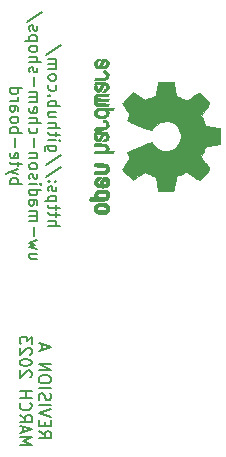
<source format=gbr>
%TF.GenerationSoftware,KiCad,Pcbnew,7.0.1*%
%TF.CreationDate,2023-03-22T08:50:42-05:00*%
%TF.ProjectId,byte,62797465-2e6b-4696-9361-645f70636258,A*%
%TF.SameCoordinates,Original*%
%TF.FileFunction,Legend,Bot*%
%TF.FilePolarity,Positive*%
%FSLAX46Y46*%
G04 Gerber Fmt 4.6, Leading zero omitted, Abs format (unit mm)*
G04 Created by KiCad (PCBNEW 7.0.1) date 2023-03-22 08:50:42*
%MOMM*%
%LPD*%
G01*
G04 APERTURE LIST*
%ADD10C,0.150000*%
%ADD11C,0.010000*%
G04 APERTURE END LIST*
D10*
X73547380Y-79961428D02*
X74547380Y-79961428D01*
X73547380Y-79532857D02*
X74071190Y-79532857D01*
X74071190Y-79532857D02*
X74166428Y-79580476D01*
X74166428Y-79580476D02*
X74214047Y-79675714D01*
X74214047Y-79675714D02*
X74214047Y-79818571D01*
X74214047Y-79818571D02*
X74166428Y-79913809D01*
X74166428Y-79913809D02*
X74118809Y-79961428D01*
X74214047Y-79199523D02*
X74214047Y-78818571D01*
X74547380Y-79056666D02*
X73690238Y-79056666D01*
X73690238Y-79056666D02*
X73595000Y-79009047D01*
X73595000Y-79009047D02*
X73547380Y-78913809D01*
X73547380Y-78913809D02*
X73547380Y-78818571D01*
X74214047Y-78628094D02*
X74214047Y-78247142D01*
X74547380Y-78485237D02*
X73690238Y-78485237D01*
X73690238Y-78485237D02*
X73595000Y-78437618D01*
X73595000Y-78437618D02*
X73547380Y-78342380D01*
X73547380Y-78342380D02*
X73547380Y-78247142D01*
X74214047Y-77913808D02*
X73214047Y-77913808D01*
X74166428Y-77913808D02*
X74214047Y-77818570D01*
X74214047Y-77818570D02*
X74214047Y-77628094D01*
X74214047Y-77628094D02*
X74166428Y-77532856D01*
X74166428Y-77532856D02*
X74118809Y-77485237D01*
X74118809Y-77485237D02*
X74023571Y-77437618D01*
X74023571Y-77437618D02*
X73737857Y-77437618D01*
X73737857Y-77437618D02*
X73642619Y-77485237D01*
X73642619Y-77485237D02*
X73595000Y-77532856D01*
X73595000Y-77532856D02*
X73547380Y-77628094D01*
X73547380Y-77628094D02*
X73547380Y-77818570D01*
X73547380Y-77818570D02*
X73595000Y-77913808D01*
X73595000Y-77056665D02*
X73547380Y-76961427D01*
X73547380Y-76961427D02*
X73547380Y-76770951D01*
X73547380Y-76770951D02*
X73595000Y-76675713D01*
X73595000Y-76675713D02*
X73690238Y-76628094D01*
X73690238Y-76628094D02*
X73737857Y-76628094D01*
X73737857Y-76628094D02*
X73833095Y-76675713D01*
X73833095Y-76675713D02*
X73880714Y-76770951D01*
X73880714Y-76770951D02*
X73880714Y-76913808D01*
X73880714Y-76913808D02*
X73928333Y-77009046D01*
X73928333Y-77009046D02*
X74023571Y-77056665D01*
X74023571Y-77056665D02*
X74071190Y-77056665D01*
X74071190Y-77056665D02*
X74166428Y-77009046D01*
X74166428Y-77009046D02*
X74214047Y-76913808D01*
X74214047Y-76913808D02*
X74214047Y-76770951D01*
X74214047Y-76770951D02*
X74166428Y-76675713D01*
X73642619Y-76199522D02*
X73595000Y-76151903D01*
X73595000Y-76151903D02*
X73547380Y-76199522D01*
X73547380Y-76199522D02*
X73595000Y-76247141D01*
X73595000Y-76247141D02*
X73642619Y-76199522D01*
X73642619Y-76199522D02*
X73547380Y-76199522D01*
X74166428Y-76199522D02*
X74118809Y-76151903D01*
X74118809Y-76151903D02*
X74071190Y-76199522D01*
X74071190Y-76199522D02*
X74118809Y-76247141D01*
X74118809Y-76247141D02*
X74166428Y-76199522D01*
X74166428Y-76199522D02*
X74071190Y-76199522D01*
X74595000Y-75009047D02*
X73309285Y-75866189D01*
X74595000Y-73961428D02*
X73309285Y-74818570D01*
X74214047Y-73199523D02*
X73404523Y-73199523D01*
X73404523Y-73199523D02*
X73309285Y-73247142D01*
X73309285Y-73247142D02*
X73261666Y-73294761D01*
X73261666Y-73294761D02*
X73214047Y-73389999D01*
X73214047Y-73389999D02*
X73214047Y-73532856D01*
X73214047Y-73532856D02*
X73261666Y-73628094D01*
X73595000Y-73199523D02*
X73547380Y-73294761D01*
X73547380Y-73294761D02*
X73547380Y-73485237D01*
X73547380Y-73485237D02*
X73595000Y-73580475D01*
X73595000Y-73580475D02*
X73642619Y-73628094D01*
X73642619Y-73628094D02*
X73737857Y-73675713D01*
X73737857Y-73675713D02*
X74023571Y-73675713D01*
X74023571Y-73675713D02*
X74118809Y-73628094D01*
X74118809Y-73628094D02*
X74166428Y-73580475D01*
X74166428Y-73580475D02*
X74214047Y-73485237D01*
X74214047Y-73485237D02*
X74214047Y-73294761D01*
X74214047Y-73294761D02*
X74166428Y-73199523D01*
X73547380Y-72723332D02*
X74214047Y-72723332D01*
X74547380Y-72723332D02*
X74499761Y-72770951D01*
X74499761Y-72770951D02*
X74452142Y-72723332D01*
X74452142Y-72723332D02*
X74499761Y-72675713D01*
X74499761Y-72675713D02*
X74547380Y-72723332D01*
X74547380Y-72723332D02*
X74452142Y-72723332D01*
X74214047Y-72389999D02*
X74214047Y-72009047D01*
X74547380Y-72247142D02*
X73690238Y-72247142D01*
X73690238Y-72247142D02*
X73595000Y-72199523D01*
X73595000Y-72199523D02*
X73547380Y-72104285D01*
X73547380Y-72104285D02*
X73547380Y-72009047D01*
X73547380Y-71675713D02*
X74547380Y-71675713D01*
X73547380Y-71247142D02*
X74071190Y-71247142D01*
X74071190Y-71247142D02*
X74166428Y-71294761D01*
X74166428Y-71294761D02*
X74214047Y-71389999D01*
X74214047Y-71389999D02*
X74214047Y-71532856D01*
X74214047Y-71532856D02*
X74166428Y-71628094D01*
X74166428Y-71628094D02*
X74118809Y-71675713D01*
X74214047Y-70342380D02*
X73547380Y-70342380D01*
X74214047Y-70770951D02*
X73690238Y-70770951D01*
X73690238Y-70770951D02*
X73595000Y-70723332D01*
X73595000Y-70723332D02*
X73547380Y-70628094D01*
X73547380Y-70628094D02*
X73547380Y-70485237D01*
X73547380Y-70485237D02*
X73595000Y-70389999D01*
X73595000Y-70389999D02*
X73642619Y-70342380D01*
X73547380Y-69866189D02*
X74547380Y-69866189D01*
X74166428Y-69866189D02*
X74214047Y-69770951D01*
X74214047Y-69770951D02*
X74214047Y-69580475D01*
X74214047Y-69580475D02*
X74166428Y-69485237D01*
X74166428Y-69485237D02*
X74118809Y-69437618D01*
X74118809Y-69437618D02*
X74023571Y-69389999D01*
X74023571Y-69389999D02*
X73737857Y-69389999D01*
X73737857Y-69389999D02*
X73642619Y-69437618D01*
X73642619Y-69437618D02*
X73595000Y-69485237D01*
X73595000Y-69485237D02*
X73547380Y-69580475D01*
X73547380Y-69580475D02*
X73547380Y-69770951D01*
X73547380Y-69770951D02*
X73595000Y-69866189D01*
X73642619Y-68961427D02*
X73595000Y-68913808D01*
X73595000Y-68913808D02*
X73547380Y-68961427D01*
X73547380Y-68961427D02*
X73595000Y-69009046D01*
X73595000Y-69009046D02*
X73642619Y-68961427D01*
X73642619Y-68961427D02*
X73547380Y-68961427D01*
X73595000Y-68056666D02*
X73547380Y-68151904D01*
X73547380Y-68151904D02*
X73547380Y-68342380D01*
X73547380Y-68342380D02*
X73595000Y-68437618D01*
X73595000Y-68437618D02*
X73642619Y-68485237D01*
X73642619Y-68485237D02*
X73737857Y-68532856D01*
X73737857Y-68532856D02*
X74023571Y-68532856D01*
X74023571Y-68532856D02*
X74118809Y-68485237D01*
X74118809Y-68485237D02*
X74166428Y-68437618D01*
X74166428Y-68437618D02*
X74214047Y-68342380D01*
X74214047Y-68342380D02*
X74214047Y-68151904D01*
X74214047Y-68151904D02*
X74166428Y-68056666D01*
X73547380Y-67485237D02*
X73595000Y-67580475D01*
X73595000Y-67580475D02*
X73642619Y-67628094D01*
X73642619Y-67628094D02*
X73737857Y-67675713D01*
X73737857Y-67675713D02*
X74023571Y-67675713D01*
X74023571Y-67675713D02*
X74118809Y-67628094D01*
X74118809Y-67628094D02*
X74166428Y-67580475D01*
X74166428Y-67580475D02*
X74214047Y-67485237D01*
X74214047Y-67485237D02*
X74214047Y-67342380D01*
X74214047Y-67342380D02*
X74166428Y-67247142D01*
X74166428Y-67247142D02*
X74118809Y-67199523D01*
X74118809Y-67199523D02*
X74023571Y-67151904D01*
X74023571Y-67151904D02*
X73737857Y-67151904D01*
X73737857Y-67151904D02*
X73642619Y-67199523D01*
X73642619Y-67199523D02*
X73595000Y-67247142D01*
X73595000Y-67247142D02*
X73547380Y-67342380D01*
X73547380Y-67342380D02*
X73547380Y-67485237D01*
X73547380Y-66723332D02*
X74214047Y-66723332D01*
X74118809Y-66723332D02*
X74166428Y-66675713D01*
X74166428Y-66675713D02*
X74214047Y-66580475D01*
X74214047Y-66580475D02*
X74214047Y-66437618D01*
X74214047Y-66437618D02*
X74166428Y-66342380D01*
X74166428Y-66342380D02*
X74071190Y-66294761D01*
X74071190Y-66294761D02*
X73547380Y-66294761D01*
X74071190Y-66294761D02*
X74166428Y-66247142D01*
X74166428Y-66247142D02*
X74214047Y-66151904D01*
X74214047Y-66151904D02*
X74214047Y-66009047D01*
X74214047Y-66009047D02*
X74166428Y-65913808D01*
X74166428Y-65913808D02*
X74071190Y-65866189D01*
X74071190Y-65866189D02*
X73547380Y-65866189D01*
X74595000Y-64675714D02*
X73309285Y-65532856D01*
X72594047Y-82342380D02*
X71927380Y-82342380D01*
X72594047Y-82770951D02*
X72070238Y-82770951D01*
X72070238Y-82770951D02*
X71975000Y-82723332D01*
X71975000Y-82723332D02*
X71927380Y-82628094D01*
X71927380Y-82628094D02*
X71927380Y-82485237D01*
X71927380Y-82485237D02*
X71975000Y-82389999D01*
X71975000Y-82389999D02*
X72022619Y-82342380D01*
X72594047Y-81961427D02*
X71927380Y-81770951D01*
X71927380Y-81770951D02*
X72403571Y-81580475D01*
X72403571Y-81580475D02*
X71927380Y-81389999D01*
X71927380Y-81389999D02*
X72594047Y-81199523D01*
X72308333Y-80818570D02*
X72308333Y-80056666D01*
X71927380Y-79580475D02*
X72594047Y-79580475D01*
X72498809Y-79580475D02*
X72546428Y-79532856D01*
X72546428Y-79532856D02*
X72594047Y-79437618D01*
X72594047Y-79437618D02*
X72594047Y-79294761D01*
X72594047Y-79294761D02*
X72546428Y-79199523D01*
X72546428Y-79199523D02*
X72451190Y-79151904D01*
X72451190Y-79151904D02*
X71927380Y-79151904D01*
X72451190Y-79151904D02*
X72546428Y-79104285D01*
X72546428Y-79104285D02*
X72594047Y-79009047D01*
X72594047Y-79009047D02*
X72594047Y-78866190D01*
X72594047Y-78866190D02*
X72546428Y-78770951D01*
X72546428Y-78770951D02*
X72451190Y-78723332D01*
X72451190Y-78723332D02*
X71927380Y-78723332D01*
X71927380Y-77818571D02*
X72451190Y-77818571D01*
X72451190Y-77818571D02*
X72546428Y-77866190D01*
X72546428Y-77866190D02*
X72594047Y-77961428D01*
X72594047Y-77961428D02*
X72594047Y-78151904D01*
X72594047Y-78151904D02*
X72546428Y-78247142D01*
X71975000Y-77818571D02*
X71927380Y-77913809D01*
X71927380Y-77913809D02*
X71927380Y-78151904D01*
X71927380Y-78151904D02*
X71975000Y-78247142D01*
X71975000Y-78247142D02*
X72070238Y-78294761D01*
X72070238Y-78294761D02*
X72165476Y-78294761D01*
X72165476Y-78294761D02*
X72260714Y-78247142D01*
X72260714Y-78247142D02*
X72308333Y-78151904D01*
X72308333Y-78151904D02*
X72308333Y-77913809D01*
X72308333Y-77913809D02*
X72355952Y-77818571D01*
X71927380Y-76913809D02*
X72927380Y-76913809D01*
X71975000Y-76913809D02*
X71927380Y-77009047D01*
X71927380Y-77009047D02*
X71927380Y-77199523D01*
X71927380Y-77199523D02*
X71975000Y-77294761D01*
X71975000Y-77294761D02*
X72022619Y-77342380D01*
X72022619Y-77342380D02*
X72117857Y-77389999D01*
X72117857Y-77389999D02*
X72403571Y-77389999D01*
X72403571Y-77389999D02*
X72498809Y-77342380D01*
X72498809Y-77342380D02*
X72546428Y-77294761D01*
X72546428Y-77294761D02*
X72594047Y-77199523D01*
X72594047Y-77199523D02*
X72594047Y-77009047D01*
X72594047Y-77009047D02*
X72546428Y-76913809D01*
X71927380Y-76437618D02*
X72594047Y-76437618D01*
X72927380Y-76437618D02*
X72879761Y-76485237D01*
X72879761Y-76485237D02*
X72832142Y-76437618D01*
X72832142Y-76437618D02*
X72879761Y-76389999D01*
X72879761Y-76389999D02*
X72927380Y-76437618D01*
X72927380Y-76437618D02*
X72832142Y-76437618D01*
X71975000Y-76009047D02*
X71927380Y-75913809D01*
X71927380Y-75913809D02*
X71927380Y-75723333D01*
X71927380Y-75723333D02*
X71975000Y-75628095D01*
X71975000Y-75628095D02*
X72070238Y-75580476D01*
X72070238Y-75580476D02*
X72117857Y-75580476D01*
X72117857Y-75580476D02*
X72213095Y-75628095D01*
X72213095Y-75628095D02*
X72260714Y-75723333D01*
X72260714Y-75723333D02*
X72260714Y-75866190D01*
X72260714Y-75866190D02*
X72308333Y-75961428D01*
X72308333Y-75961428D02*
X72403571Y-76009047D01*
X72403571Y-76009047D02*
X72451190Y-76009047D01*
X72451190Y-76009047D02*
X72546428Y-75961428D01*
X72546428Y-75961428D02*
X72594047Y-75866190D01*
X72594047Y-75866190D02*
X72594047Y-75723333D01*
X72594047Y-75723333D02*
X72546428Y-75628095D01*
X71927380Y-75009047D02*
X71975000Y-75104285D01*
X71975000Y-75104285D02*
X72022619Y-75151904D01*
X72022619Y-75151904D02*
X72117857Y-75199523D01*
X72117857Y-75199523D02*
X72403571Y-75199523D01*
X72403571Y-75199523D02*
X72498809Y-75151904D01*
X72498809Y-75151904D02*
X72546428Y-75104285D01*
X72546428Y-75104285D02*
X72594047Y-75009047D01*
X72594047Y-75009047D02*
X72594047Y-74866190D01*
X72594047Y-74866190D02*
X72546428Y-74770952D01*
X72546428Y-74770952D02*
X72498809Y-74723333D01*
X72498809Y-74723333D02*
X72403571Y-74675714D01*
X72403571Y-74675714D02*
X72117857Y-74675714D01*
X72117857Y-74675714D02*
X72022619Y-74723333D01*
X72022619Y-74723333D02*
X71975000Y-74770952D01*
X71975000Y-74770952D02*
X71927380Y-74866190D01*
X71927380Y-74866190D02*
X71927380Y-75009047D01*
X72594047Y-74247142D02*
X71927380Y-74247142D01*
X72498809Y-74247142D02*
X72546428Y-74199523D01*
X72546428Y-74199523D02*
X72594047Y-74104285D01*
X72594047Y-74104285D02*
X72594047Y-73961428D01*
X72594047Y-73961428D02*
X72546428Y-73866190D01*
X72546428Y-73866190D02*
X72451190Y-73818571D01*
X72451190Y-73818571D02*
X71927380Y-73818571D01*
X72308333Y-73342380D02*
X72308333Y-72580476D01*
X71975000Y-71675714D02*
X71927380Y-71770952D01*
X71927380Y-71770952D02*
X71927380Y-71961428D01*
X71927380Y-71961428D02*
X71975000Y-72056666D01*
X71975000Y-72056666D02*
X72022619Y-72104285D01*
X72022619Y-72104285D02*
X72117857Y-72151904D01*
X72117857Y-72151904D02*
X72403571Y-72151904D01*
X72403571Y-72151904D02*
X72498809Y-72104285D01*
X72498809Y-72104285D02*
X72546428Y-72056666D01*
X72546428Y-72056666D02*
X72594047Y-71961428D01*
X72594047Y-71961428D02*
X72594047Y-71770952D01*
X72594047Y-71770952D02*
X72546428Y-71675714D01*
X71927380Y-71247142D02*
X72927380Y-71247142D01*
X71927380Y-70818571D02*
X72451190Y-70818571D01*
X72451190Y-70818571D02*
X72546428Y-70866190D01*
X72546428Y-70866190D02*
X72594047Y-70961428D01*
X72594047Y-70961428D02*
X72594047Y-71104285D01*
X72594047Y-71104285D02*
X72546428Y-71199523D01*
X72546428Y-71199523D02*
X72498809Y-71247142D01*
X71975000Y-69961428D02*
X71927380Y-70056666D01*
X71927380Y-70056666D02*
X71927380Y-70247142D01*
X71927380Y-70247142D02*
X71975000Y-70342380D01*
X71975000Y-70342380D02*
X72070238Y-70389999D01*
X72070238Y-70389999D02*
X72451190Y-70389999D01*
X72451190Y-70389999D02*
X72546428Y-70342380D01*
X72546428Y-70342380D02*
X72594047Y-70247142D01*
X72594047Y-70247142D02*
X72594047Y-70056666D01*
X72594047Y-70056666D02*
X72546428Y-69961428D01*
X72546428Y-69961428D02*
X72451190Y-69913809D01*
X72451190Y-69913809D02*
X72355952Y-69913809D01*
X72355952Y-69913809D02*
X72260714Y-70389999D01*
X71927380Y-69485237D02*
X72594047Y-69485237D01*
X72498809Y-69485237D02*
X72546428Y-69437618D01*
X72546428Y-69437618D02*
X72594047Y-69342380D01*
X72594047Y-69342380D02*
X72594047Y-69199523D01*
X72594047Y-69199523D02*
X72546428Y-69104285D01*
X72546428Y-69104285D02*
X72451190Y-69056666D01*
X72451190Y-69056666D02*
X71927380Y-69056666D01*
X72451190Y-69056666D02*
X72546428Y-69009047D01*
X72546428Y-69009047D02*
X72594047Y-68913809D01*
X72594047Y-68913809D02*
X72594047Y-68770952D01*
X72594047Y-68770952D02*
X72546428Y-68675713D01*
X72546428Y-68675713D02*
X72451190Y-68628094D01*
X72451190Y-68628094D02*
X71927380Y-68628094D01*
X72308333Y-68151904D02*
X72308333Y-67390000D01*
X71975000Y-66961428D02*
X71927380Y-66866190D01*
X71927380Y-66866190D02*
X71927380Y-66675714D01*
X71927380Y-66675714D02*
X71975000Y-66580476D01*
X71975000Y-66580476D02*
X72070238Y-66532857D01*
X72070238Y-66532857D02*
X72117857Y-66532857D01*
X72117857Y-66532857D02*
X72213095Y-66580476D01*
X72213095Y-66580476D02*
X72260714Y-66675714D01*
X72260714Y-66675714D02*
X72260714Y-66818571D01*
X72260714Y-66818571D02*
X72308333Y-66913809D01*
X72308333Y-66913809D02*
X72403571Y-66961428D01*
X72403571Y-66961428D02*
X72451190Y-66961428D01*
X72451190Y-66961428D02*
X72546428Y-66913809D01*
X72546428Y-66913809D02*
X72594047Y-66818571D01*
X72594047Y-66818571D02*
X72594047Y-66675714D01*
X72594047Y-66675714D02*
X72546428Y-66580476D01*
X71927380Y-66104285D02*
X72927380Y-66104285D01*
X71927380Y-65675714D02*
X72451190Y-65675714D01*
X72451190Y-65675714D02*
X72546428Y-65723333D01*
X72546428Y-65723333D02*
X72594047Y-65818571D01*
X72594047Y-65818571D02*
X72594047Y-65961428D01*
X72594047Y-65961428D02*
X72546428Y-66056666D01*
X72546428Y-66056666D02*
X72498809Y-66104285D01*
X71927380Y-65056666D02*
X71975000Y-65151904D01*
X71975000Y-65151904D02*
X72022619Y-65199523D01*
X72022619Y-65199523D02*
X72117857Y-65247142D01*
X72117857Y-65247142D02*
X72403571Y-65247142D01*
X72403571Y-65247142D02*
X72498809Y-65199523D01*
X72498809Y-65199523D02*
X72546428Y-65151904D01*
X72546428Y-65151904D02*
X72594047Y-65056666D01*
X72594047Y-65056666D02*
X72594047Y-64913809D01*
X72594047Y-64913809D02*
X72546428Y-64818571D01*
X72546428Y-64818571D02*
X72498809Y-64770952D01*
X72498809Y-64770952D02*
X72403571Y-64723333D01*
X72403571Y-64723333D02*
X72117857Y-64723333D01*
X72117857Y-64723333D02*
X72022619Y-64770952D01*
X72022619Y-64770952D02*
X71975000Y-64818571D01*
X71975000Y-64818571D02*
X71927380Y-64913809D01*
X71927380Y-64913809D02*
X71927380Y-65056666D01*
X72594047Y-64294761D02*
X71594047Y-64294761D01*
X72546428Y-64294761D02*
X72594047Y-64199523D01*
X72594047Y-64199523D02*
X72594047Y-64009047D01*
X72594047Y-64009047D02*
X72546428Y-63913809D01*
X72546428Y-63913809D02*
X72498809Y-63866190D01*
X72498809Y-63866190D02*
X72403571Y-63818571D01*
X72403571Y-63818571D02*
X72117857Y-63818571D01*
X72117857Y-63818571D02*
X72022619Y-63866190D01*
X72022619Y-63866190D02*
X71975000Y-63913809D01*
X71975000Y-63913809D02*
X71927380Y-64009047D01*
X71927380Y-64009047D02*
X71927380Y-64199523D01*
X71927380Y-64199523D02*
X71975000Y-64294761D01*
X71975000Y-63437618D02*
X71927380Y-63342380D01*
X71927380Y-63342380D02*
X71927380Y-63151904D01*
X71927380Y-63151904D02*
X71975000Y-63056666D01*
X71975000Y-63056666D02*
X72070238Y-63009047D01*
X72070238Y-63009047D02*
X72117857Y-63009047D01*
X72117857Y-63009047D02*
X72213095Y-63056666D01*
X72213095Y-63056666D02*
X72260714Y-63151904D01*
X72260714Y-63151904D02*
X72260714Y-63294761D01*
X72260714Y-63294761D02*
X72308333Y-63389999D01*
X72308333Y-63389999D02*
X72403571Y-63437618D01*
X72403571Y-63437618D02*
X72451190Y-63437618D01*
X72451190Y-63437618D02*
X72546428Y-63389999D01*
X72546428Y-63389999D02*
X72594047Y-63294761D01*
X72594047Y-63294761D02*
X72594047Y-63151904D01*
X72594047Y-63151904D02*
X72546428Y-63056666D01*
X72975000Y-61866190D02*
X71689285Y-62723332D01*
X70307380Y-76437619D02*
X71307380Y-76437619D01*
X70926428Y-76437619D02*
X70974047Y-76342381D01*
X70974047Y-76342381D02*
X70974047Y-76151905D01*
X70974047Y-76151905D02*
X70926428Y-76056667D01*
X70926428Y-76056667D02*
X70878809Y-76009048D01*
X70878809Y-76009048D02*
X70783571Y-75961429D01*
X70783571Y-75961429D02*
X70497857Y-75961429D01*
X70497857Y-75961429D02*
X70402619Y-76009048D01*
X70402619Y-76009048D02*
X70355000Y-76056667D01*
X70355000Y-76056667D02*
X70307380Y-76151905D01*
X70307380Y-76151905D02*
X70307380Y-76342381D01*
X70307380Y-76342381D02*
X70355000Y-76437619D01*
X70974047Y-75628095D02*
X70307380Y-75390000D01*
X70974047Y-75151905D02*
X70307380Y-75390000D01*
X70307380Y-75390000D02*
X70069285Y-75485238D01*
X70069285Y-75485238D02*
X70021666Y-75532857D01*
X70021666Y-75532857D02*
X69974047Y-75628095D01*
X70974047Y-74913809D02*
X70974047Y-74532857D01*
X71307380Y-74770952D02*
X70450238Y-74770952D01*
X70450238Y-74770952D02*
X70355000Y-74723333D01*
X70355000Y-74723333D02*
X70307380Y-74628095D01*
X70307380Y-74628095D02*
X70307380Y-74532857D01*
X70355000Y-73818571D02*
X70307380Y-73913809D01*
X70307380Y-73913809D02*
X70307380Y-74104285D01*
X70307380Y-74104285D02*
X70355000Y-74199523D01*
X70355000Y-74199523D02*
X70450238Y-74247142D01*
X70450238Y-74247142D02*
X70831190Y-74247142D01*
X70831190Y-74247142D02*
X70926428Y-74199523D01*
X70926428Y-74199523D02*
X70974047Y-74104285D01*
X70974047Y-74104285D02*
X70974047Y-73913809D01*
X70974047Y-73913809D02*
X70926428Y-73818571D01*
X70926428Y-73818571D02*
X70831190Y-73770952D01*
X70831190Y-73770952D02*
X70735952Y-73770952D01*
X70735952Y-73770952D02*
X70640714Y-74247142D01*
X70688333Y-73342380D02*
X70688333Y-72580476D01*
X70307380Y-72104285D02*
X71307380Y-72104285D01*
X70926428Y-72104285D02*
X70974047Y-72009047D01*
X70974047Y-72009047D02*
X70974047Y-71818571D01*
X70974047Y-71818571D02*
X70926428Y-71723333D01*
X70926428Y-71723333D02*
X70878809Y-71675714D01*
X70878809Y-71675714D02*
X70783571Y-71628095D01*
X70783571Y-71628095D02*
X70497857Y-71628095D01*
X70497857Y-71628095D02*
X70402619Y-71675714D01*
X70402619Y-71675714D02*
X70355000Y-71723333D01*
X70355000Y-71723333D02*
X70307380Y-71818571D01*
X70307380Y-71818571D02*
X70307380Y-72009047D01*
X70307380Y-72009047D02*
X70355000Y-72104285D01*
X70307380Y-71056666D02*
X70355000Y-71151904D01*
X70355000Y-71151904D02*
X70402619Y-71199523D01*
X70402619Y-71199523D02*
X70497857Y-71247142D01*
X70497857Y-71247142D02*
X70783571Y-71247142D01*
X70783571Y-71247142D02*
X70878809Y-71199523D01*
X70878809Y-71199523D02*
X70926428Y-71151904D01*
X70926428Y-71151904D02*
X70974047Y-71056666D01*
X70974047Y-71056666D02*
X70974047Y-70913809D01*
X70974047Y-70913809D02*
X70926428Y-70818571D01*
X70926428Y-70818571D02*
X70878809Y-70770952D01*
X70878809Y-70770952D02*
X70783571Y-70723333D01*
X70783571Y-70723333D02*
X70497857Y-70723333D01*
X70497857Y-70723333D02*
X70402619Y-70770952D01*
X70402619Y-70770952D02*
X70355000Y-70818571D01*
X70355000Y-70818571D02*
X70307380Y-70913809D01*
X70307380Y-70913809D02*
X70307380Y-71056666D01*
X70307380Y-69866190D02*
X70831190Y-69866190D01*
X70831190Y-69866190D02*
X70926428Y-69913809D01*
X70926428Y-69913809D02*
X70974047Y-70009047D01*
X70974047Y-70009047D02*
X70974047Y-70199523D01*
X70974047Y-70199523D02*
X70926428Y-70294761D01*
X70355000Y-69866190D02*
X70307380Y-69961428D01*
X70307380Y-69961428D02*
X70307380Y-70199523D01*
X70307380Y-70199523D02*
X70355000Y-70294761D01*
X70355000Y-70294761D02*
X70450238Y-70342380D01*
X70450238Y-70342380D02*
X70545476Y-70342380D01*
X70545476Y-70342380D02*
X70640714Y-70294761D01*
X70640714Y-70294761D02*
X70688333Y-70199523D01*
X70688333Y-70199523D02*
X70688333Y-69961428D01*
X70688333Y-69961428D02*
X70735952Y-69866190D01*
X70307380Y-69389999D02*
X70974047Y-69389999D01*
X70783571Y-69389999D02*
X70878809Y-69342380D01*
X70878809Y-69342380D02*
X70926428Y-69294761D01*
X70926428Y-69294761D02*
X70974047Y-69199523D01*
X70974047Y-69199523D02*
X70974047Y-69104285D01*
X70307380Y-68342380D02*
X71307380Y-68342380D01*
X70355000Y-68342380D02*
X70307380Y-68437618D01*
X70307380Y-68437618D02*
X70307380Y-68628094D01*
X70307380Y-68628094D02*
X70355000Y-68723332D01*
X70355000Y-68723332D02*
X70402619Y-68770951D01*
X70402619Y-68770951D02*
X70497857Y-68818570D01*
X70497857Y-68818570D02*
X70783571Y-68818570D01*
X70783571Y-68818570D02*
X70878809Y-68770951D01*
X70878809Y-68770951D02*
X70926428Y-68723332D01*
X70926428Y-68723332D02*
X70974047Y-68628094D01*
X70974047Y-68628094D02*
X70974047Y-68437618D01*
X70974047Y-68437618D02*
X70926428Y-68342380D01*
X72737380Y-97360952D02*
X73213571Y-97694285D01*
X72737380Y-97932380D02*
X73737380Y-97932380D01*
X73737380Y-97932380D02*
X73737380Y-97551428D01*
X73737380Y-97551428D02*
X73689761Y-97456190D01*
X73689761Y-97456190D02*
X73642142Y-97408571D01*
X73642142Y-97408571D02*
X73546904Y-97360952D01*
X73546904Y-97360952D02*
X73404047Y-97360952D01*
X73404047Y-97360952D02*
X73308809Y-97408571D01*
X73308809Y-97408571D02*
X73261190Y-97456190D01*
X73261190Y-97456190D02*
X73213571Y-97551428D01*
X73213571Y-97551428D02*
X73213571Y-97932380D01*
X73261190Y-96932380D02*
X73261190Y-96599047D01*
X72737380Y-96456190D02*
X72737380Y-96932380D01*
X72737380Y-96932380D02*
X73737380Y-96932380D01*
X73737380Y-96932380D02*
X73737380Y-96456190D01*
X73737380Y-96170475D02*
X72737380Y-95837142D01*
X72737380Y-95837142D02*
X73737380Y-95503809D01*
X72737380Y-95170475D02*
X73737380Y-95170475D01*
X72785000Y-94741904D02*
X72737380Y-94599047D01*
X72737380Y-94599047D02*
X72737380Y-94360952D01*
X72737380Y-94360952D02*
X72785000Y-94265714D01*
X72785000Y-94265714D02*
X72832619Y-94218095D01*
X72832619Y-94218095D02*
X72927857Y-94170476D01*
X72927857Y-94170476D02*
X73023095Y-94170476D01*
X73023095Y-94170476D02*
X73118333Y-94218095D01*
X73118333Y-94218095D02*
X73165952Y-94265714D01*
X73165952Y-94265714D02*
X73213571Y-94360952D01*
X73213571Y-94360952D02*
X73261190Y-94551428D01*
X73261190Y-94551428D02*
X73308809Y-94646666D01*
X73308809Y-94646666D02*
X73356428Y-94694285D01*
X73356428Y-94694285D02*
X73451666Y-94741904D01*
X73451666Y-94741904D02*
X73546904Y-94741904D01*
X73546904Y-94741904D02*
X73642142Y-94694285D01*
X73642142Y-94694285D02*
X73689761Y-94646666D01*
X73689761Y-94646666D02*
X73737380Y-94551428D01*
X73737380Y-94551428D02*
X73737380Y-94313333D01*
X73737380Y-94313333D02*
X73689761Y-94170476D01*
X72737380Y-93741904D02*
X73737380Y-93741904D01*
X73737380Y-93075238D02*
X73737380Y-92884762D01*
X73737380Y-92884762D02*
X73689761Y-92789524D01*
X73689761Y-92789524D02*
X73594523Y-92694286D01*
X73594523Y-92694286D02*
X73404047Y-92646667D01*
X73404047Y-92646667D02*
X73070714Y-92646667D01*
X73070714Y-92646667D02*
X72880238Y-92694286D01*
X72880238Y-92694286D02*
X72785000Y-92789524D01*
X72785000Y-92789524D02*
X72737380Y-92884762D01*
X72737380Y-92884762D02*
X72737380Y-93075238D01*
X72737380Y-93075238D02*
X72785000Y-93170476D01*
X72785000Y-93170476D02*
X72880238Y-93265714D01*
X72880238Y-93265714D02*
X73070714Y-93313333D01*
X73070714Y-93313333D02*
X73404047Y-93313333D01*
X73404047Y-93313333D02*
X73594523Y-93265714D01*
X73594523Y-93265714D02*
X73689761Y-93170476D01*
X73689761Y-93170476D02*
X73737380Y-93075238D01*
X72737380Y-92218095D02*
X73737380Y-92218095D01*
X73737380Y-92218095D02*
X72737380Y-91646667D01*
X72737380Y-91646667D02*
X73737380Y-91646667D01*
X73023095Y-90456190D02*
X73023095Y-89980000D01*
X72737380Y-90551428D02*
X73737380Y-90218095D01*
X73737380Y-90218095D02*
X72737380Y-89884762D01*
X71117380Y-98551428D02*
X72117380Y-98551428D01*
X72117380Y-98551428D02*
X71403095Y-98218095D01*
X71403095Y-98218095D02*
X72117380Y-97884762D01*
X72117380Y-97884762D02*
X71117380Y-97884762D01*
X71403095Y-97456190D02*
X71403095Y-96980000D01*
X71117380Y-97551428D02*
X72117380Y-97218095D01*
X72117380Y-97218095D02*
X71117380Y-96884762D01*
X71117380Y-95980000D02*
X71593571Y-96313333D01*
X71117380Y-96551428D02*
X72117380Y-96551428D01*
X72117380Y-96551428D02*
X72117380Y-96170476D01*
X72117380Y-96170476D02*
X72069761Y-96075238D01*
X72069761Y-96075238D02*
X72022142Y-96027619D01*
X72022142Y-96027619D02*
X71926904Y-95980000D01*
X71926904Y-95980000D02*
X71784047Y-95980000D01*
X71784047Y-95980000D02*
X71688809Y-96027619D01*
X71688809Y-96027619D02*
X71641190Y-96075238D01*
X71641190Y-96075238D02*
X71593571Y-96170476D01*
X71593571Y-96170476D02*
X71593571Y-96551428D01*
X71212619Y-94980000D02*
X71165000Y-95027619D01*
X71165000Y-95027619D02*
X71117380Y-95170476D01*
X71117380Y-95170476D02*
X71117380Y-95265714D01*
X71117380Y-95265714D02*
X71165000Y-95408571D01*
X71165000Y-95408571D02*
X71260238Y-95503809D01*
X71260238Y-95503809D02*
X71355476Y-95551428D01*
X71355476Y-95551428D02*
X71545952Y-95599047D01*
X71545952Y-95599047D02*
X71688809Y-95599047D01*
X71688809Y-95599047D02*
X71879285Y-95551428D01*
X71879285Y-95551428D02*
X71974523Y-95503809D01*
X71974523Y-95503809D02*
X72069761Y-95408571D01*
X72069761Y-95408571D02*
X72117380Y-95265714D01*
X72117380Y-95265714D02*
X72117380Y-95170476D01*
X72117380Y-95170476D02*
X72069761Y-95027619D01*
X72069761Y-95027619D02*
X72022142Y-94980000D01*
X71117380Y-94551428D02*
X72117380Y-94551428D01*
X71641190Y-94551428D02*
X71641190Y-93980000D01*
X71117380Y-93980000D02*
X72117380Y-93980000D01*
X72022142Y-92789523D02*
X72069761Y-92741904D01*
X72069761Y-92741904D02*
X72117380Y-92646666D01*
X72117380Y-92646666D02*
X72117380Y-92408571D01*
X72117380Y-92408571D02*
X72069761Y-92313333D01*
X72069761Y-92313333D02*
X72022142Y-92265714D01*
X72022142Y-92265714D02*
X71926904Y-92218095D01*
X71926904Y-92218095D02*
X71831666Y-92218095D01*
X71831666Y-92218095D02*
X71688809Y-92265714D01*
X71688809Y-92265714D02*
X71117380Y-92837142D01*
X71117380Y-92837142D02*
X71117380Y-92218095D01*
X72117380Y-91599047D02*
X72117380Y-91503809D01*
X72117380Y-91503809D02*
X72069761Y-91408571D01*
X72069761Y-91408571D02*
X72022142Y-91360952D01*
X72022142Y-91360952D02*
X71926904Y-91313333D01*
X71926904Y-91313333D02*
X71736428Y-91265714D01*
X71736428Y-91265714D02*
X71498333Y-91265714D01*
X71498333Y-91265714D02*
X71307857Y-91313333D01*
X71307857Y-91313333D02*
X71212619Y-91360952D01*
X71212619Y-91360952D02*
X71165000Y-91408571D01*
X71165000Y-91408571D02*
X71117380Y-91503809D01*
X71117380Y-91503809D02*
X71117380Y-91599047D01*
X71117380Y-91599047D02*
X71165000Y-91694285D01*
X71165000Y-91694285D02*
X71212619Y-91741904D01*
X71212619Y-91741904D02*
X71307857Y-91789523D01*
X71307857Y-91789523D02*
X71498333Y-91837142D01*
X71498333Y-91837142D02*
X71736428Y-91837142D01*
X71736428Y-91837142D02*
X71926904Y-91789523D01*
X71926904Y-91789523D02*
X72022142Y-91741904D01*
X72022142Y-91741904D02*
X72069761Y-91694285D01*
X72069761Y-91694285D02*
X72117380Y-91599047D01*
X72022142Y-90884761D02*
X72069761Y-90837142D01*
X72069761Y-90837142D02*
X72117380Y-90741904D01*
X72117380Y-90741904D02*
X72117380Y-90503809D01*
X72117380Y-90503809D02*
X72069761Y-90408571D01*
X72069761Y-90408571D02*
X72022142Y-90360952D01*
X72022142Y-90360952D02*
X71926904Y-90313333D01*
X71926904Y-90313333D02*
X71831666Y-90313333D01*
X71831666Y-90313333D02*
X71688809Y-90360952D01*
X71688809Y-90360952D02*
X71117380Y-90932380D01*
X71117380Y-90932380D02*
X71117380Y-90313333D01*
X72117380Y-89979999D02*
X72117380Y-89360952D01*
X72117380Y-89360952D02*
X71736428Y-89694285D01*
X71736428Y-89694285D02*
X71736428Y-89551428D01*
X71736428Y-89551428D02*
X71688809Y-89456190D01*
X71688809Y-89456190D02*
X71641190Y-89408571D01*
X71641190Y-89408571D02*
X71545952Y-89360952D01*
X71545952Y-89360952D02*
X71307857Y-89360952D01*
X71307857Y-89360952D02*
X71212619Y-89408571D01*
X71212619Y-89408571D02*
X71165000Y-89456190D01*
X71165000Y-89456190D02*
X71117380Y-89551428D01*
X71117380Y-89551428D02*
X71117380Y-89837142D01*
X71117380Y-89837142D02*
X71165000Y-89932380D01*
X71165000Y-89932380D02*
X71212619Y-89979999D01*
%TO.C,REF\u002A\u002A*%
D11*
X78331594Y-66820847D02*
X78433382Y-66864897D01*
X78528765Y-66936123D01*
X78594731Y-67019415D01*
X78609982Y-67054310D01*
X78635479Y-67186443D01*
X78625381Y-67326725D01*
X78580607Y-67447261D01*
X78546966Y-67497388D01*
X78498764Y-67548152D01*
X78437449Y-67584362D01*
X78353976Y-67608393D01*
X78239303Y-67622618D01*
X78084387Y-67629412D01*
X77880186Y-67631149D01*
X77774659Y-67630809D01*
X77630459Y-67629101D01*
X77515380Y-67626201D01*
X77439178Y-67622384D01*
X77411609Y-67617925D01*
X77420728Y-67588909D01*
X77445491Y-67530339D01*
X77446293Y-67528581D01*
X77462215Y-67498167D01*
X77484062Y-67477712D01*
X77522328Y-67465240D01*
X77587505Y-67458777D01*
X77690087Y-67456348D01*
X77840567Y-67455977D01*
X77936026Y-67455229D01*
X78115429Y-67447256D01*
X78246837Y-67428998D01*
X78337141Y-67398526D01*
X78393233Y-67353912D01*
X78422006Y-67293226D01*
X78424011Y-67284807D01*
X78425577Y-67171139D01*
X78374652Y-67082492D01*
X78272555Y-67021265D01*
X78243039Y-67010346D01*
X78177717Y-66985458D01*
X78147700Y-66972854D01*
X78151836Y-66946969D01*
X78174283Y-66890439D01*
X78211353Y-66837715D01*
X78281413Y-66813678D01*
X78331594Y-66820847D01*
G36*
X78331594Y-66820847D02*
G01*
X78433382Y-66864897D01*
X78528765Y-66936123D01*
X78594731Y-67019415D01*
X78609982Y-67054310D01*
X78635479Y-67186443D01*
X78625381Y-67326725D01*
X78580607Y-67447261D01*
X78546966Y-67497388D01*
X78498764Y-67548152D01*
X78437449Y-67584362D01*
X78353976Y-67608393D01*
X78239303Y-67622618D01*
X78084387Y-67629412D01*
X77880186Y-67631149D01*
X77774659Y-67630809D01*
X77630459Y-67629101D01*
X77515380Y-67626201D01*
X77439178Y-67622384D01*
X77411609Y-67617925D01*
X77420728Y-67588909D01*
X77445491Y-67530339D01*
X77446293Y-67528581D01*
X77462215Y-67498167D01*
X77484062Y-67477712D01*
X77522328Y-67465240D01*
X77587505Y-67458777D01*
X77690087Y-67456348D01*
X77840567Y-67455977D01*
X77936026Y-67455229D01*
X78115429Y-67447256D01*
X78246837Y-67428998D01*
X78337141Y-67398526D01*
X78393233Y-67353912D01*
X78422006Y-67293226D01*
X78424011Y-67284807D01*
X78425577Y-67171139D01*
X78374652Y-67082492D01*
X78272555Y-67021265D01*
X78243039Y-67010346D01*
X78177717Y-66985458D01*
X78147700Y-66972854D01*
X78151836Y-66946969D01*
X78174283Y-66890439D01*
X78211353Y-66837715D01*
X78281413Y-66813678D01*
X78331594Y-66820847D01*
G37*
X78056902Y-74696951D02*
X78223494Y-74701380D01*
X78347532Y-74712594D01*
X78439013Y-74733272D01*
X78507934Y-74766093D01*
X78564293Y-74813736D01*
X78618086Y-74878877D01*
X78672281Y-74972571D01*
X78707661Y-75120175D01*
X78692311Y-75268487D01*
X78628230Y-75404848D01*
X78517416Y-75516598D01*
X78482727Y-75539761D01*
X78443410Y-75558973D01*
X78393855Y-75572598D01*
X78324432Y-75581877D01*
X78225510Y-75588050D01*
X78087461Y-75592357D01*
X77900654Y-75596038D01*
X77382458Y-75605180D01*
X77411656Y-75528383D01*
X77438480Y-75458068D01*
X77464294Y-75405424D01*
X77497569Y-75371060D01*
X77548490Y-75351093D01*
X77627239Y-75341639D01*
X77744001Y-75338814D01*
X77908958Y-75338736D01*
X78040442Y-75338336D01*
X78166606Y-75335951D01*
X78252777Y-75330259D01*
X78309328Y-75319961D01*
X78346630Y-75303755D01*
X78375057Y-75280345D01*
X78415173Y-75222793D01*
X78430294Y-75126112D01*
X78392083Y-75030465D01*
X78387190Y-75024152D01*
X78364587Y-75004477D01*
X78328336Y-74989963D01*
X78269489Y-74979394D01*
X78179099Y-74971555D01*
X78048221Y-74965227D01*
X77867905Y-74959195D01*
X77385093Y-74944598D01*
X77440717Y-74820517D01*
X77496341Y-74696437D01*
X77937149Y-74696437D01*
X78056902Y-74696951D01*
G36*
X78056902Y-74696951D02*
G01*
X78223494Y-74701380D01*
X78347532Y-74712594D01*
X78439013Y-74733272D01*
X78507934Y-74766093D01*
X78564293Y-74813736D01*
X78618086Y-74878877D01*
X78672281Y-74972571D01*
X78707661Y-75120175D01*
X78692311Y-75268487D01*
X78628230Y-75404848D01*
X78517416Y-75516598D01*
X78482727Y-75539761D01*
X78443410Y-75558973D01*
X78393855Y-75572598D01*
X78324432Y-75581877D01*
X78225510Y-75588050D01*
X78087461Y-75592357D01*
X77900654Y-75596038D01*
X77382458Y-75605180D01*
X77411656Y-75528383D01*
X77438480Y-75458068D01*
X77464294Y-75405424D01*
X77497569Y-75371060D01*
X77548490Y-75351093D01*
X77627239Y-75341639D01*
X77744001Y-75338814D01*
X77908958Y-75338736D01*
X78040442Y-75338336D01*
X78166606Y-75335951D01*
X78252777Y-75330259D01*
X78309328Y-75319961D01*
X78346630Y-75303755D01*
X78375057Y-75280345D01*
X78415173Y-75222793D01*
X78430294Y-75126112D01*
X78392083Y-75030465D01*
X78387190Y-75024152D01*
X78364587Y-75004477D01*
X78328336Y-74989963D01*
X78269489Y-74979394D01*
X78179099Y-74971555D01*
X78048221Y-74965227D01*
X77867905Y-74959195D01*
X77385093Y-74944598D01*
X77440717Y-74820517D01*
X77496341Y-74696437D01*
X77937149Y-74696437D01*
X78056902Y-74696951D01*
G37*
X78431648Y-71041968D02*
X78492581Y-71083990D01*
X78579141Y-71191435D01*
X78628080Y-71324057D01*
X78634740Y-71465867D01*
X78594464Y-71600872D01*
X78589362Y-71610090D01*
X78530920Y-71685381D01*
X78455785Y-71752698D01*
X78438804Y-71764439D01*
X78399175Y-71786883D01*
X78352142Y-71802918D01*
X78287508Y-71813945D01*
X78195077Y-71821365D01*
X78064651Y-71826579D01*
X77886035Y-71830989D01*
X77855838Y-71831614D01*
X77660059Y-71833620D01*
X77521397Y-71830792D01*
X77438897Y-71823088D01*
X77411609Y-71810466D01*
X77419780Y-71772267D01*
X77444537Y-71707374D01*
X77451777Y-71692094D01*
X77468165Y-71668227D01*
X77495107Y-71651769D01*
X77542167Y-71641005D01*
X77618912Y-71634219D01*
X77734905Y-71629693D01*
X77899713Y-71625713D01*
X77947888Y-71624622D01*
X78100040Y-71620407D01*
X78206524Y-71614936D01*
X78277435Y-71606554D01*
X78322871Y-71593606D01*
X78352928Y-71574439D01*
X78377704Y-71547398D01*
X78421139Y-71467337D01*
X78429502Y-71368846D01*
X78396266Y-71280719D01*
X78327452Y-71217314D01*
X78229080Y-71192988D01*
X78202342Y-71192311D01*
X78153935Y-71179024D01*
X78146550Y-71139796D01*
X78175376Y-71062983D01*
X78184622Y-71045192D01*
X78238994Y-70997109D01*
X78319839Y-70996157D01*
X78431648Y-71041968D01*
G36*
X78431648Y-71041968D02*
G01*
X78492581Y-71083990D01*
X78579141Y-71191435D01*
X78628080Y-71324057D01*
X78634740Y-71465867D01*
X78594464Y-71600872D01*
X78589362Y-71610090D01*
X78530920Y-71685381D01*
X78455785Y-71752698D01*
X78438804Y-71764439D01*
X78399175Y-71786883D01*
X78352142Y-71802918D01*
X78287508Y-71813945D01*
X78195077Y-71821365D01*
X78064651Y-71826579D01*
X77886035Y-71830989D01*
X77855838Y-71831614D01*
X77660059Y-71833620D01*
X77521397Y-71830792D01*
X77438897Y-71823088D01*
X77411609Y-71810466D01*
X77419780Y-71772267D01*
X77444537Y-71707374D01*
X77451777Y-71692094D01*
X77468165Y-71668227D01*
X77495107Y-71651769D01*
X77542167Y-71641005D01*
X77618912Y-71634219D01*
X77734905Y-71629693D01*
X77899713Y-71625713D01*
X77947888Y-71624622D01*
X78100040Y-71620407D01*
X78206524Y-71614936D01*
X78277435Y-71606554D01*
X78322871Y-71593606D01*
X78352928Y-71574439D01*
X78377704Y-71547398D01*
X78421139Y-71467337D01*
X78429502Y-71368846D01*
X78396266Y-71280719D01*
X78327452Y-71217314D01*
X78229080Y-71192988D01*
X78202342Y-71192311D01*
X78153935Y-71179024D01*
X78146550Y-71139796D01*
X78175376Y-71062983D01*
X78184622Y-71045192D01*
X78238994Y-70997109D01*
X78319839Y-70996157D01*
X78431648Y-71041968D01*
G37*
X78269179Y-68799685D02*
X78416609Y-68801929D01*
X78533347Y-68805421D01*
X78610160Y-68809876D01*
X78637816Y-68815013D01*
X78637742Y-68816090D01*
X78623981Y-68853407D01*
X78593656Y-68916457D01*
X78549495Y-69001854D01*
X78090035Y-69009893D01*
X77630575Y-69017931D01*
X77630575Y-69193103D01*
X78134195Y-69201092D01*
X78271096Y-69203624D01*
X78417421Y-69207249D01*
X78533589Y-69211177D01*
X78610191Y-69215080D01*
X78637816Y-69218632D01*
X78637719Y-69219653D01*
X78627557Y-69255051D01*
X78605765Y-69320126D01*
X78573713Y-69412069D01*
X78131339Y-69412516D01*
X78054493Y-69412964D01*
X77905166Y-69416069D01*
X77780456Y-69421622D01*
X77691621Y-69429033D01*
X77649917Y-69437714D01*
X77627611Y-69468771D01*
X77620722Y-69532152D01*
X77630575Y-69601839D01*
X78134195Y-69609827D01*
X78262172Y-69612686D01*
X78413652Y-69618614D01*
X78532470Y-69626365D01*
X78610050Y-69635343D01*
X78637816Y-69644948D01*
X78629030Y-69682410D01*
X78603934Y-69746442D01*
X78570053Y-69820805D01*
X77591273Y-69820805D01*
X77498883Y-69728415D01*
X77478165Y-69707310D01*
X77432115Y-69648847D01*
X77417199Y-69589886D01*
X77424066Y-69502150D01*
X77428506Y-69466429D01*
X77437898Y-69374301D01*
X77441639Y-69309885D01*
X77441067Y-69290778D01*
X77434874Y-69212390D01*
X77424066Y-69117620D01*
X77420353Y-69087298D01*
X77418893Y-69010911D01*
X77441953Y-68955022D01*
X77498883Y-68891355D01*
X77591273Y-68798965D01*
X78114545Y-68798965D01*
X78269179Y-68799685D01*
G36*
X78269179Y-68799685D02*
G01*
X78416609Y-68801929D01*
X78533347Y-68805421D01*
X78610160Y-68809876D01*
X78637816Y-68815013D01*
X78637742Y-68816090D01*
X78623981Y-68853407D01*
X78593656Y-68916457D01*
X78549495Y-69001854D01*
X78090035Y-69009893D01*
X77630575Y-69017931D01*
X77630575Y-69193103D01*
X78134195Y-69201092D01*
X78271096Y-69203624D01*
X78417421Y-69207249D01*
X78533589Y-69211177D01*
X78610191Y-69215080D01*
X78637816Y-69218632D01*
X78637719Y-69219653D01*
X78627557Y-69255051D01*
X78605765Y-69320126D01*
X78573713Y-69412069D01*
X78131339Y-69412516D01*
X78054493Y-69412964D01*
X77905166Y-69416069D01*
X77780456Y-69421622D01*
X77691621Y-69429033D01*
X77649917Y-69437714D01*
X77627611Y-69468771D01*
X77620722Y-69532152D01*
X77630575Y-69601839D01*
X78134195Y-69609827D01*
X78262172Y-69612686D01*
X78413652Y-69618614D01*
X78532470Y-69626365D01*
X78610050Y-69635343D01*
X78637816Y-69644948D01*
X78629030Y-69682410D01*
X78603934Y-69746442D01*
X78570053Y-69820805D01*
X77591273Y-69820805D01*
X77498883Y-69728415D01*
X77478165Y-69707310D01*
X77432115Y-69648847D01*
X77417199Y-69589886D01*
X77424066Y-69502150D01*
X77428506Y-69466429D01*
X77437898Y-69374301D01*
X77441639Y-69309885D01*
X77441067Y-69290778D01*
X77434874Y-69212390D01*
X77424066Y-69117620D01*
X77420353Y-69087298D01*
X77418893Y-69010911D01*
X77441953Y-68955022D01*
X77498883Y-68891355D01*
X77591273Y-68798965D01*
X78114545Y-68798965D01*
X78269179Y-68799685D01*
G37*
X77888891Y-73003149D02*
X77925674Y-73003218D01*
X78117420Y-73007081D01*
X78262414Y-73018950D01*
X78370490Y-73041725D01*
X78451481Y-73078307D01*
X78515222Y-73131595D01*
X78571545Y-73204490D01*
X78606801Y-73275586D01*
X78634054Y-73389255D01*
X78635602Y-73501060D01*
X78609090Y-73587011D01*
X78605429Y-73593473D01*
X78605821Y-73613401D01*
X78636494Y-73627019D01*
X78706812Y-73636846D01*
X78826143Y-73645402D01*
X79071027Y-73660000D01*
X79031003Y-73754885D01*
X78990980Y-73849770D01*
X78201294Y-73849770D01*
X78192080Y-73849769D01*
X77984917Y-73849377D01*
X77798568Y-73848329D01*
X77640547Y-73846722D01*
X77518370Y-73844655D01*
X77439552Y-73842225D01*
X77411609Y-73839529D01*
X77411703Y-73838475D01*
X77421856Y-73802647D01*
X77443661Y-73737345D01*
X77475712Y-73645402D01*
X77887009Y-73645402D01*
X78048615Y-73644818D01*
X78165823Y-73642104D01*
X78245585Y-73635858D01*
X78298469Y-73624680D01*
X78335043Y-73607168D01*
X78365877Y-73581922D01*
X78382275Y-73564710D01*
X78427693Y-73471636D01*
X78423672Y-73369051D01*
X78369968Y-73275043D01*
X78356641Y-73261358D01*
X78328968Y-73239439D01*
X78292386Y-73224440D01*
X78237000Y-73215053D01*
X78152912Y-73209968D01*
X78030227Y-73207877D01*
X77859049Y-73207471D01*
X77772231Y-73207276D01*
X77629435Y-73206010D01*
X77515077Y-73203761D01*
X77439140Y-73200758D01*
X77411609Y-73197230D01*
X77411703Y-73196176D01*
X77421856Y-73160348D01*
X77443661Y-73095046D01*
X77475712Y-73003103D01*
X77888891Y-73003149D01*
G36*
X77888891Y-73003149D02*
G01*
X77925674Y-73003218D01*
X78117420Y-73007081D01*
X78262414Y-73018950D01*
X78370490Y-73041725D01*
X78451481Y-73078307D01*
X78515222Y-73131595D01*
X78571545Y-73204490D01*
X78606801Y-73275586D01*
X78634054Y-73389255D01*
X78635602Y-73501060D01*
X78609090Y-73587011D01*
X78605429Y-73593473D01*
X78605821Y-73613401D01*
X78636494Y-73627019D01*
X78706812Y-73636846D01*
X78826143Y-73645402D01*
X79071027Y-73660000D01*
X79031003Y-73754885D01*
X78990980Y-73849770D01*
X78201294Y-73849770D01*
X78192080Y-73849769D01*
X77984917Y-73849377D01*
X77798568Y-73848329D01*
X77640547Y-73846722D01*
X77518370Y-73844655D01*
X77439552Y-73842225D01*
X77411609Y-73839529D01*
X77411703Y-73838475D01*
X77421856Y-73802647D01*
X77443661Y-73737345D01*
X77475712Y-73645402D01*
X77887009Y-73645402D01*
X78048615Y-73644818D01*
X78165823Y-73642104D01*
X78245585Y-73635858D01*
X78298469Y-73624680D01*
X78335043Y-73607168D01*
X78365877Y-73581922D01*
X78382275Y-73564710D01*
X78427693Y-73471636D01*
X78423672Y-73369051D01*
X78369968Y-73275043D01*
X78356641Y-73261358D01*
X78328968Y-73239439D01*
X78292386Y-73224440D01*
X78237000Y-73215053D01*
X78152912Y-73209968D01*
X78030227Y-73207877D01*
X77859049Y-73207471D01*
X77772231Y-73207276D01*
X77629435Y-73206010D01*
X77515077Y-73203761D01*
X77439140Y-73200758D01*
X77411609Y-73197230D01*
X77411703Y-73196176D01*
X77421856Y-73160348D01*
X77443661Y-73095046D01*
X77475712Y-73003103D01*
X77888891Y-73003149D01*
G37*
X78053908Y-78958965D02*
X78022256Y-78958938D01*
X77881082Y-78957355D01*
X77782715Y-78951916D01*
X77714010Y-78940643D01*
X77661819Y-78921561D01*
X77612996Y-78892694D01*
X77602865Y-78885592D01*
X77522988Y-78810444D01*
X77462747Y-78724820D01*
X77443198Y-78680852D01*
X77413874Y-78538764D01*
X77682828Y-78538764D01*
X77732759Y-78608621D01*
X77745898Y-78620771D01*
X77785215Y-78644575D01*
X77842326Y-78658628D01*
X77930744Y-78665313D01*
X78063981Y-78667011D01*
X78188778Y-78664101D01*
X78307674Y-78649582D01*
X78382816Y-78619610D01*
X78422107Y-78570589D01*
X78433448Y-78498924D01*
X78431193Y-78471632D01*
X78389840Y-78395176D01*
X78297100Y-78344650D01*
X78153853Y-78320384D01*
X77960980Y-78322706D01*
X77948567Y-78323639D01*
X77842143Y-78337242D01*
X77774654Y-78361465D01*
X77728416Y-78402365D01*
X77685105Y-78470941D01*
X77682828Y-78538764D01*
X77413874Y-78538764D01*
X77410592Y-78522861D01*
X77431683Y-78366613D01*
X77503751Y-78222618D01*
X77624078Y-78101385D01*
X77640197Y-78091150D01*
X77733795Y-78057847D01*
X77864121Y-78035405D01*
X78014629Y-78024516D01*
X78168773Y-78025871D01*
X78310008Y-78040161D01*
X78421787Y-78068075D01*
X78496234Y-78103949D01*
X78612032Y-78204939D01*
X78683985Y-78341779D01*
X78708719Y-78509283D01*
X78707381Y-78554019D01*
X78679992Y-78685758D01*
X78610993Y-78793968D01*
X78492136Y-78893276D01*
X78483319Y-78899184D01*
X78435892Y-78925921D01*
X78382286Y-78943312D01*
X78309451Y-78953312D01*
X78204341Y-78957878D01*
X78063981Y-78958893D01*
X78053908Y-78958965D01*
G36*
X78053908Y-78958965D02*
G01*
X78022256Y-78958938D01*
X77881082Y-78957355D01*
X77782715Y-78951916D01*
X77714010Y-78940643D01*
X77661819Y-78921561D01*
X77612996Y-78892694D01*
X77602865Y-78885592D01*
X77522988Y-78810444D01*
X77462747Y-78724820D01*
X77443198Y-78680852D01*
X77413874Y-78538764D01*
X77682828Y-78538764D01*
X77732759Y-78608621D01*
X77745898Y-78620771D01*
X77785215Y-78644575D01*
X77842326Y-78658628D01*
X77930744Y-78665313D01*
X78063981Y-78667011D01*
X78188778Y-78664101D01*
X78307674Y-78649582D01*
X78382816Y-78619610D01*
X78422107Y-78570589D01*
X78433448Y-78498924D01*
X78431193Y-78471632D01*
X78389840Y-78395176D01*
X78297100Y-78344650D01*
X78153853Y-78320384D01*
X77960980Y-78322706D01*
X77948567Y-78323639D01*
X77842143Y-78337242D01*
X77774654Y-78361465D01*
X77728416Y-78402365D01*
X77685105Y-78470941D01*
X77682828Y-78538764D01*
X77413874Y-78538764D01*
X77410592Y-78522861D01*
X77431683Y-78366613D01*
X77503751Y-78222618D01*
X77624078Y-78101385D01*
X77640197Y-78091150D01*
X77733795Y-78057847D01*
X77864121Y-78035405D01*
X78014629Y-78024516D01*
X78168773Y-78025871D01*
X78310008Y-78040161D01*
X78421787Y-78068075D01*
X78496234Y-78103949D01*
X78612032Y-78204939D01*
X78683985Y-78341779D01*
X78708719Y-78509283D01*
X78707381Y-78554019D01*
X78679992Y-78685758D01*
X78610993Y-78793968D01*
X78492136Y-78893276D01*
X78483319Y-78899184D01*
X78435892Y-78925921D01*
X78382286Y-78943312D01*
X78309451Y-78953312D01*
X78204341Y-78957878D01*
X78063981Y-78958893D01*
X78053908Y-78958965D01*
G37*
X78018864Y-66638313D02*
X77941054Y-66637744D01*
X77787746Y-66630612D01*
X77675559Y-66611948D01*
X77592446Y-66577537D01*
X77526359Y-66523162D01*
X77471749Y-66452961D01*
X78053908Y-66452961D01*
X78062104Y-66458056D01*
X78112147Y-66460101D01*
X78192586Y-66452812D01*
X78271247Y-66434452D01*
X78370349Y-66377188D01*
X78426192Y-66294524D01*
X78433750Y-66195784D01*
X78388000Y-66090289D01*
X78365124Y-66061053D01*
X78313351Y-66025652D01*
X78262185Y-66040453D01*
X78207558Y-66107797D01*
X78145403Y-66230027D01*
X78136399Y-66250253D01*
X78094507Y-66346970D01*
X78065042Y-66419334D01*
X78053908Y-66452961D01*
X77471749Y-66452961D01*
X77465253Y-66444610D01*
X77437465Y-66394630D01*
X77418749Y-66314513D01*
X77420226Y-66201970D01*
X77426155Y-66139050D01*
X77444258Y-66063153D01*
X77483609Y-66002487D01*
X77556934Y-65931912D01*
X77567644Y-65922482D01*
X77650062Y-65859034D01*
X77721844Y-65828762D01*
X77806966Y-65821034D01*
X77932054Y-65821034D01*
X77899060Y-65908447D01*
X77860491Y-65972175D01*
X77769992Y-66027567D01*
X77741017Y-66039131D01*
X77658959Y-66103788D01*
X77617653Y-66191804D01*
X77621367Y-66287637D01*
X77674368Y-66375747D01*
X77707418Y-66406028D01*
X77757280Y-66433489D01*
X77802584Y-66424899D01*
X77849210Y-66375463D01*
X77903042Y-66280389D01*
X77969961Y-66134885D01*
X78100944Y-65835632D01*
X78230702Y-65827691D01*
X78327745Y-65831196D01*
X78450383Y-65875336D01*
X78517966Y-65931050D01*
X78593460Y-66046561D01*
X78631597Y-66183588D01*
X78628578Y-66325237D01*
X78580607Y-66454617D01*
X78562187Y-66483099D01*
X78505189Y-66548428D01*
X78433084Y-66593106D01*
X78335147Y-66620641D01*
X78200649Y-66634541D01*
X78112147Y-66636378D01*
X78018864Y-66638313D01*
G36*
X78018864Y-66638313D02*
G01*
X77941054Y-66637744D01*
X77787746Y-66630612D01*
X77675559Y-66611948D01*
X77592446Y-66577537D01*
X77526359Y-66523162D01*
X77471749Y-66452961D01*
X78053908Y-66452961D01*
X78062104Y-66458056D01*
X78112147Y-66460101D01*
X78192586Y-66452812D01*
X78271247Y-66434452D01*
X78370349Y-66377188D01*
X78426192Y-66294524D01*
X78433750Y-66195784D01*
X78388000Y-66090289D01*
X78365124Y-66061053D01*
X78313351Y-66025652D01*
X78262185Y-66040453D01*
X78207558Y-66107797D01*
X78145403Y-66230027D01*
X78136399Y-66250253D01*
X78094507Y-66346970D01*
X78065042Y-66419334D01*
X78053908Y-66452961D01*
X77471749Y-66452961D01*
X77465253Y-66444610D01*
X77437465Y-66394630D01*
X77418749Y-66314513D01*
X77420226Y-66201970D01*
X77426155Y-66139050D01*
X77444258Y-66063153D01*
X77483609Y-66002487D01*
X77556934Y-65931912D01*
X77567644Y-65922482D01*
X77650062Y-65859034D01*
X77721844Y-65828762D01*
X77806966Y-65821034D01*
X77932054Y-65821034D01*
X77899060Y-65908447D01*
X77860491Y-65972175D01*
X77769992Y-66027567D01*
X77741017Y-66039131D01*
X77658959Y-66103788D01*
X77617653Y-66191804D01*
X77621367Y-66287637D01*
X77674368Y-66375747D01*
X77707418Y-66406028D01*
X77757280Y-66433489D01*
X77802584Y-66424899D01*
X77849210Y-66375463D01*
X77903042Y-66280389D01*
X77969961Y-66134885D01*
X78100944Y-65835632D01*
X78230702Y-65827691D01*
X78327745Y-65831196D01*
X78450383Y-65875336D01*
X78517966Y-65931050D01*
X78593460Y-66046561D01*
X78631597Y-66183588D01*
X78628578Y-66325237D01*
X78580607Y-66454617D01*
X78562187Y-66483099D01*
X78505189Y-66548428D01*
X78433084Y-66593106D01*
X78335147Y-66620641D01*
X78200649Y-66634541D01*
X78112147Y-66636378D01*
X78018864Y-66638313D01*
G37*
X78024713Y-70842553D02*
X77910865Y-70840219D01*
X77755680Y-70823739D01*
X77639388Y-70787883D01*
X77550589Y-70728455D01*
X77477881Y-70641257D01*
X77435850Y-70558195D01*
X77412462Y-70418709D01*
X77421210Y-70371060D01*
X77623008Y-70371060D01*
X77628095Y-70472312D01*
X77687638Y-70566614D01*
X77718486Y-70594694D01*
X77759382Y-70618196D01*
X77815920Y-70631322D01*
X77902343Y-70637030D01*
X78032894Y-70638276D01*
X78132513Y-70637661D01*
X78229749Y-70633407D01*
X78292498Y-70622682D01*
X78334618Y-70602707D01*
X78369968Y-70570704D01*
X78385886Y-70551905D01*
X78428765Y-70454492D01*
X78422015Y-70352437D01*
X78365877Y-70263825D01*
X78343618Y-70244749D01*
X78301707Y-70221486D01*
X78243178Y-70208036D01*
X78154120Y-70201841D01*
X78020621Y-70200345D01*
X77914356Y-70201035D01*
X77818238Y-70205400D01*
X77756189Y-70216192D01*
X77714498Y-70236126D01*
X77679457Y-70267916D01*
X77672721Y-70275364D01*
X77623008Y-70371060D01*
X77421210Y-70371060D01*
X77438035Y-70279412D01*
X77509306Y-70153510D01*
X77623009Y-70054210D01*
X77643976Y-70042219D01*
X77680709Y-70026384D01*
X77727585Y-70014638D01*
X77792645Y-70006378D01*
X77883930Y-70000998D01*
X78009481Y-69997892D01*
X78177339Y-69996457D01*
X78395545Y-69996086D01*
X79072928Y-69995977D01*
X79033181Y-70090862D01*
X79022301Y-70115949D01*
X78997732Y-70155881D01*
X78960525Y-70178739D01*
X78895459Y-70191301D01*
X78787313Y-70200345D01*
X78690212Y-70208605D01*
X78626465Y-70219523D01*
X78602677Y-70235165D01*
X78609057Y-70258736D01*
X78631475Y-70318801D01*
X78637033Y-70426145D01*
X78616272Y-70541624D01*
X78571545Y-70641257D01*
X78530144Y-70696072D01*
X78449368Y-70766452D01*
X78345805Y-70811528D01*
X78208053Y-70835496D01*
X78032894Y-70842239D01*
X78024713Y-70842553D01*
G36*
X78024713Y-70842553D02*
G01*
X77910865Y-70840219D01*
X77755680Y-70823739D01*
X77639388Y-70787883D01*
X77550589Y-70728455D01*
X77477881Y-70641257D01*
X77435850Y-70558195D01*
X77412462Y-70418709D01*
X77421210Y-70371060D01*
X77623008Y-70371060D01*
X77628095Y-70472312D01*
X77687638Y-70566614D01*
X77718486Y-70594694D01*
X77759382Y-70618196D01*
X77815920Y-70631322D01*
X77902343Y-70637030D01*
X78032894Y-70638276D01*
X78132513Y-70637661D01*
X78229749Y-70633407D01*
X78292498Y-70622682D01*
X78334618Y-70602707D01*
X78369968Y-70570704D01*
X78385886Y-70551905D01*
X78428765Y-70454492D01*
X78422015Y-70352437D01*
X78365877Y-70263825D01*
X78343618Y-70244749D01*
X78301707Y-70221486D01*
X78243178Y-70208036D01*
X78154120Y-70201841D01*
X78020621Y-70200345D01*
X77914356Y-70201035D01*
X77818238Y-70205400D01*
X77756189Y-70216192D01*
X77714498Y-70236126D01*
X77679457Y-70267916D01*
X77672721Y-70275364D01*
X77623008Y-70371060D01*
X77421210Y-70371060D01*
X77438035Y-70279412D01*
X77509306Y-70153510D01*
X77623009Y-70054210D01*
X77643976Y-70042219D01*
X77680709Y-70026384D01*
X77727585Y-70014638D01*
X77792645Y-70006378D01*
X77883930Y-70000998D01*
X78009481Y-69997892D01*
X78177339Y-69996457D01*
X78395545Y-69996086D01*
X79072928Y-69995977D01*
X79033181Y-70090862D01*
X79022301Y-70115949D01*
X78997732Y-70155881D01*
X78960525Y-70178739D01*
X78895459Y-70191301D01*
X78787313Y-70200345D01*
X78690212Y-70208605D01*
X78626465Y-70219523D01*
X78602677Y-70235165D01*
X78609057Y-70258736D01*
X78631475Y-70318801D01*
X78637033Y-70426145D01*
X78616272Y-70541624D01*
X78571545Y-70641257D01*
X78530144Y-70696072D01*
X78449368Y-70766452D01*
X78345805Y-70811528D01*
X78208053Y-70835496D01*
X78032894Y-70842239D01*
X78024713Y-70842553D01*
G37*
X78136671Y-76739452D02*
X77915361Y-76730168D01*
X77868474Y-76724926D01*
X77701591Y-76685868D01*
X77574674Y-76615290D01*
X77477398Y-76507955D01*
X77473384Y-76501888D01*
X77416294Y-76365440D01*
X77411214Y-76222973D01*
X77454689Y-76085696D01*
X77543266Y-75964819D01*
X77673491Y-75871552D01*
X77676631Y-75869986D01*
X77757499Y-75838993D01*
X77849407Y-75816292D01*
X77935689Y-75804250D01*
X77999679Y-75805237D01*
X78024713Y-75821623D01*
X78023191Y-75836179D01*
X77995504Y-75905792D01*
X77944591Y-75984697D01*
X77885657Y-76051820D01*
X77833906Y-76086087D01*
X77763709Y-76121707D01*
X77699862Y-76194711D01*
X77674368Y-76279485D01*
X77681739Y-76310558D01*
X77718846Y-76371891D01*
X77770356Y-76425315D01*
X77817087Y-76448161D01*
X77817260Y-76448154D01*
X77836751Y-76424611D01*
X78156709Y-76424611D01*
X78175497Y-76444521D01*
X78239876Y-76448161D01*
X78319999Y-76433035D01*
X78392811Y-76380597D01*
X78430561Y-76304677D01*
X78426749Y-76220040D01*
X78374879Y-76141447D01*
X78339035Y-76110555D01*
X78311756Y-76103219D01*
X78285735Y-76132970D01*
X78246744Y-76207101D01*
X78245641Y-76209274D01*
X78203991Y-76296733D01*
X78170765Y-76374974D01*
X78156709Y-76424611D01*
X77836751Y-76424611D01*
X77838720Y-76422233D01*
X77877435Y-76353127D01*
X77927963Y-76251249D01*
X77984866Y-76127011D01*
X77985167Y-76126328D01*
X78045262Y-75991355D01*
X78088560Y-75900884D01*
X78121821Y-75846039D01*
X78151806Y-75817944D01*
X78185274Y-75807724D01*
X78228985Y-75806503D01*
X78333735Y-75817251D01*
X78476051Y-75870389D01*
X78587889Y-75959342D01*
X78665324Y-76074448D01*
X78704432Y-76206045D01*
X78701289Y-76344472D01*
X78651970Y-76480065D01*
X78552553Y-76603164D01*
X78454171Y-76671366D01*
X78313739Y-76720356D01*
X78239876Y-76728322D01*
X78136671Y-76739452D01*
G36*
X78136671Y-76739452D02*
G01*
X77915361Y-76730168D01*
X77868474Y-76724926D01*
X77701591Y-76685868D01*
X77574674Y-76615290D01*
X77477398Y-76507955D01*
X77473384Y-76501888D01*
X77416294Y-76365440D01*
X77411214Y-76222973D01*
X77454689Y-76085696D01*
X77543266Y-75964819D01*
X77673491Y-75871552D01*
X77676631Y-75869986D01*
X77757499Y-75838993D01*
X77849407Y-75816292D01*
X77935689Y-75804250D01*
X77999679Y-75805237D01*
X78024713Y-75821623D01*
X78023191Y-75836179D01*
X77995504Y-75905792D01*
X77944591Y-75984697D01*
X77885657Y-76051820D01*
X77833906Y-76086087D01*
X77763709Y-76121707D01*
X77699862Y-76194711D01*
X77674368Y-76279485D01*
X77681739Y-76310558D01*
X77718846Y-76371891D01*
X77770356Y-76425315D01*
X77817087Y-76448161D01*
X77817260Y-76448154D01*
X77836751Y-76424611D01*
X78156709Y-76424611D01*
X78175497Y-76444521D01*
X78239876Y-76448161D01*
X78319999Y-76433035D01*
X78392811Y-76380597D01*
X78430561Y-76304677D01*
X78426749Y-76220040D01*
X78374879Y-76141447D01*
X78339035Y-76110555D01*
X78311756Y-76103219D01*
X78285735Y-76132970D01*
X78246744Y-76207101D01*
X78245641Y-76209274D01*
X78203991Y-76296733D01*
X78170765Y-76374974D01*
X78156709Y-76424611D01*
X77836751Y-76424611D01*
X77838720Y-76422233D01*
X77877435Y-76353127D01*
X77927963Y-76251249D01*
X77984866Y-76127011D01*
X77985167Y-76126328D01*
X78045262Y-75991355D01*
X78088560Y-75900884D01*
X78121821Y-75846039D01*
X78151806Y-75817944D01*
X78185274Y-75807724D01*
X78228985Y-75806503D01*
X78333735Y-75817251D01*
X78476051Y-75870389D01*
X78587889Y-75959342D01*
X78665324Y-76074448D01*
X78704432Y-76206045D01*
X78701289Y-76344472D01*
X78651970Y-76480065D01*
X78552553Y-76603164D01*
X78454171Y-76671366D01*
X78313739Y-76720356D01*
X78239876Y-76728322D01*
X78136671Y-76739452D01*
G37*
X77917372Y-71986436D02*
X77944821Y-71987171D01*
X78137483Y-71995555D01*
X78282691Y-72010366D01*
X78390113Y-72034629D01*
X78469416Y-72071364D01*
X78530270Y-72123597D01*
X78582342Y-72194348D01*
X78583158Y-72195657D01*
X78625640Y-72310056D01*
X78632816Y-72442365D01*
X78606326Y-72569995D01*
X78547809Y-72670355D01*
X78502216Y-72714505D01*
X78365928Y-72799347D01*
X78217342Y-72827931D01*
X78115118Y-72827931D01*
X78154628Y-72733963D01*
X78194496Y-72668977D01*
X78277266Y-72617763D01*
X78294331Y-72612504D01*
X78381276Y-72555903D01*
X78428242Y-72470594D01*
X78430259Y-72372641D01*
X78382356Y-72278106D01*
X78370002Y-72263993D01*
X78316317Y-72216797D01*
X78269512Y-72209003D01*
X78223554Y-72244706D01*
X78172412Y-72328003D01*
X78110052Y-72462988D01*
X78106103Y-72472118D01*
X78036228Y-72621969D01*
X77974328Y-72724316D01*
X77912524Y-72787320D01*
X77842938Y-72819138D01*
X77757692Y-72827931D01*
X77663184Y-72816409D01*
X77542215Y-72758228D01*
X77455312Y-72655875D01*
X77429222Y-72581843D01*
X77414945Y-72477367D01*
X77417994Y-72375917D01*
X77439533Y-72303472D01*
X77444896Y-72295777D01*
X77482368Y-72275341D01*
X77548409Y-72289522D01*
X77600247Y-72314161D01*
X77621828Y-72353670D01*
X77620754Y-72428602D01*
X77626945Y-72532630D01*
X77669689Y-72600605D01*
X77748811Y-72623563D01*
X77751084Y-72623542D01*
X77797014Y-72609629D01*
X77839155Y-72562303D01*
X77887728Y-72470287D01*
X77946210Y-72345151D01*
X77978025Y-72262268D01*
X77975975Y-72214420D01*
X77933949Y-72192063D01*
X77845838Y-72185649D01*
X77705531Y-72185632D01*
X77618919Y-72184917D01*
X77511959Y-72181635D01*
X77438750Y-72176300D01*
X77411609Y-72169585D01*
X77411794Y-72167790D01*
X77426502Y-72128982D01*
X77457544Y-72064709D01*
X77503479Y-71975880D01*
X77917372Y-71986436D01*
G36*
X77917372Y-71986436D02*
G01*
X77944821Y-71987171D01*
X78137483Y-71995555D01*
X78282691Y-72010366D01*
X78390113Y-72034629D01*
X78469416Y-72071364D01*
X78530270Y-72123597D01*
X78582342Y-72194348D01*
X78583158Y-72195657D01*
X78625640Y-72310056D01*
X78632816Y-72442365D01*
X78606326Y-72569995D01*
X78547809Y-72670355D01*
X78502216Y-72714505D01*
X78365928Y-72799347D01*
X78217342Y-72827931D01*
X78115118Y-72827931D01*
X78154628Y-72733963D01*
X78194496Y-72668977D01*
X78277266Y-72617763D01*
X78294331Y-72612504D01*
X78381276Y-72555903D01*
X78428242Y-72470594D01*
X78430259Y-72372641D01*
X78382356Y-72278106D01*
X78370002Y-72263993D01*
X78316317Y-72216797D01*
X78269512Y-72209003D01*
X78223554Y-72244706D01*
X78172412Y-72328003D01*
X78110052Y-72462988D01*
X78106103Y-72472118D01*
X78036228Y-72621969D01*
X77974328Y-72724316D01*
X77912524Y-72787320D01*
X77842938Y-72819138D01*
X77757692Y-72827931D01*
X77663184Y-72816409D01*
X77542215Y-72758228D01*
X77455312Y-72655875D01*
X77429222Y-72581843D01*
X77414945Y-72477367D01*
X77417994Y-72375917D01*
X77439533Y-72303472D01*
X77444896Y-72295777D01*
X77482368Y-72275341D01*
X77548409Y-72289522D01*
X77600247Y-72314161D01*
X77621828Y-72353670D01*
X77620754Y-72428602D01*
X77626945Y-72532630D01*
X77669689Y-72600605D01*
X77748811Y-72623563D01*
X77751084Y-72623542D01*
X77797014Y-72609629D01*
X77839155Y-72562303D01*
X77887728Y-72470287D01*
X77946210Y-72345151D01*
X77978025Y-72262268D01*
X77975975Y-72214420D01*
X77933949Y-72192063D01*
X77845838Y-72185649D01*
X77705531Y-72185632D01*
X77618919Y-72184917D01*
X77511959Y-72181635D01*
X77438750Y-72176300D01*
X77411609Y-72169585D01*
X77411794Y-72167790D01*
X77426502Y-72128982D01*
X77457544Y-72064709D01*
X77503479Y-71975880D01*
X77917372Y-71986436D01*
G37*
X77920498Y-77840778D02*
X77696264Y-77843668D01*
X77631215Y-77844471D01*
X77413740Y-77847040D01*
X77247328Y-77847556D01*
X77126154Y-77844437D01*
X77044393Y-77836100D01*
X76996219Y-77820962D01*
X76975806Y-77797441D01*
X76977328Y-77763956D01*
X76994961Y-77718923D01*
X77022879Y-77660761D01*
X77028836Y-77648332D01*
X77057994Y-77596578D01*
X77092686Y-77569550D01*
X77150530Y-77559207D01*
X77249143Y-77557509D01*
X77426207Y-77557433D01*
X77426207Y-77375038D01*
X77427796Y-77338753D01*
X77682280Y-77338753D01*
X77687079Y-77407865D01*
X77746029Y-77485925D01*
X77766177Y-77505019D01*
X77807485Y-77533142D01*
X77861213Y-77549000D01*
X77942674Y-77556009D01*
X78067179Y-77557586D01*
X78142555Y-77556220D01*
X78279638Y-77541402D01*
X78369452Y-77507579D01*
X78418540Y-77451389D01*
X78433448Y-77369472D01*
X78430271Y-77334956D01*
X78398746Y-77275235D01*
X78328495Y-77235752D01*
X78213417Y-77213942D01*
X78047412Y-77207241D01*
X78020724Y-77207291D01*
X77900262Y-77210064D01*
X77821516Y-77218967D01*
X77770382Y-77236617D01*
X77732759Y-77265632D01*
X77730962Y-77267440D01*
X77682280Y-77338753D01*
X77427796Y-77338753D01*
X77431120Y-77262840D01*
X77451047Y-77174620D01*
X77491322Y-77101358D01*
X77495259Y-77095896D01*
X77561757Y-77021558D01*
X77642092Y-76969823D01*
X77747242Y-76937196D01*
X77888185Y-76920182D01*
X78075899Y-76915287D01*
X78212878Y-76916371D01*
X78316636Y-76921307D01*
X78388588Y-76932272D01*
X78442500Y-76951438D01*
X78492136Y-76980977D01*
X78530069Y-77008092D01*
X78632478Y-77106550D01*
X78688097Y-77218100D01*
X78705703Y-77358246D01*
X78688153Y-77518635D01*
X78625203Y-77657288D01*
X78514176Y-77766951D01*
X78502422Y-77775218D01*
X78471187Y-77794499D01*
X78435493Y-77809269D01*
X78387636Y-77820254D01*
X78319913Y-77828174D01*
X78224618Y-77833753D01*
X78094048Y-77837713D01*
X78067179Y-77838188D01*
X77920498Y-77840778D01*
G36*
X77920498Y-77840778D02*
G01*
X77696264Y-77843668D01*
X77631215Y-77844471D01*
X77413740Y-77847040D01*
X77247328Y-77847556D01*
X77126154Y-77844437D01*
X77044393Y-77836100D01*
X76996219Y-77820962D01*
X76975806Y-77797441D01*
X76977328Y-77763956D01*
X76994961Y-77718923D01*
X77022879Y-77660761D01*
X77028836Y-77648332D01*
X77057994Y-77596578D01*
X77092686Y-77569550D01*
X77150530Y-77559207D01*
X77249143Y-77557509D01*
X77426207Y-77557433D01*
X77426207Y-77375038D01*
X77427796Y-77338753D01*
X77682280Y-77338753D01*
X77687079Y-77407865D01*
X77746029Y-77485925D01*
X77766177Y-77505019D01*
X77807485Y-77533142D01*
X77861213Y-77549000D01*
X77942674Y-77556009D01*
X78067179Y-77557586D01*
X78142555Y-77556220D01*
X78279638Y-77541402D01*
X78369452Y-77507579D01*
X78418540Y-77451389D01*
X78433448Y-77369472D01*
X78430271Y-77334956D01*
X78398746Y-77275235D01*
X78328495Y-77235752D01*
X78213417Y-77213942D01*
X78047412Y-77207241D01*
X78020724Y-77207291D01*
X77900262Y-77210064D01*
X77821516Y-77218967D01*
X77770382Y-77236617D01*
X77732759Y-77265632D01*
X77730962Y-77267440D01*
X77682280Y-77338753D01*
X77427796Y-77338753D01*
X77431120Y-77262840D01*
X77451047Y-77174620D01*
X77491322Y-77101358D01*
X77495259Y-77095896D01*
X77561757Y-77021558D01*
X77642092Y-76969823D01*
X77747242Y-76937196D01*
X77888185Y-76920182D01*
X78075899Y-76915287D01*
X78212878Y-76916371D01*
X78316636Y-76921307D01*
X78388588Y-76932272D01*
X78442500Y-76951438D01*
X78492136Y-76980977D01*
X78530069Y-77008092D01*
X78632478Y-77106550D01*
X78688097Y-77218100D01*
X78705703Y-77358246D01*
X78688153Y-77518635D01*
X78625203Y-77657288D01*
X78514176Y-77766951D01*
X78502422Y-77775218D01*
X78471187Y-77794499D01*
X78435493Y-77809269D01*
X78387636Y-77820254D01*
X78319913Y-77828174D01*
X78224618Y-77833753D01*
X78094048Y-77837713D01*
X78067179Y-77838188D01*
X77920498Y-77840778D01*
G37*
X78025492Y-67806797D02*
X78194699Y-67811293D01*
X78320231Y-67822747D01*
X78411637Y-67843828D01*
X78478468Y-67877206D01*
X78530274Y-67925550D01*
X78576607Y-67991531D01*
X78614844Y-68075594D01*
X78637816Y-68230807D01*
X78635190Y-68301628D01*
X78619298Y-68364194D01*
X78579678Y-68422446D01*
X78505924Y-68497418D01*
X78453837Y-68545633D01*
X78386214Y-68595858D01*
X78322832Y-68618510D01*
X78242416Y-68623793D01*
X78110799Y-68623793D01*
X78157215Y-68534035D01*
X78213775Y-68462904D01*
X78289960Y-68414183D01*
X78310674Y-68405814D01*
X78390959Y-68342056D01*
X78431216Y-68253470D01*
X78427298Y-68156873D01*
X78375057Y-68069080D01*
X78332630Y-68031936D01*
X78278353Y-68010300D01*
X78230046Y-68033461D01*
X78181455Y-68105479D01*
X78126323Y-68230410D01*
X78118708Y-68249368D01*
X78068875Y-68363105D01*
X78019735Y-68460706D01*
X77980920Y-68522803D01*
X77911589Y-68584999D01*
X77800949Y-68626346D01*
X77682218Y-68621957D01*
X77569852Y-68573037D01*
X77478310Y-68480797D01*
X77439342Y-68406110D01*
X77412056Y-68261832D01*
X77415737Y-68181656D01*
X77435640Y-68107435D01*
X77477402Y-68078960D01*
X77546180Y-68089608D01*
X77555274Y-68092705D01*
X77603502Y-68117268D01*
X77621755Y-68158165D01*
X77620534Y-68236079D01*
X77618874Y-68291091D01*
X77633119Y-68355459D01*
X77675708Y-68399561D01*
X77728143Y-68424680D01*
X77783071Y-68427481D01*
X77783392Y-68427352D01*
X77813072Y-68394785D01*
X77856265Y-68325083D01*
X77904539Y-68234898D01*
X77949461Y-68140883D01*
X77982598Y-68059689D01*
X77995517Y-68007968D01*
X77982866Y-68000274D01*
X77923332Y-67990588D01*
X77826113Y-67983954D01*
X77703563Y-67981494D01*
X77618737Y-67980922D01*
X77511906Y-67978225D01*
X77438743Y-67973821D01*
X77411609Y-67968270D01*
X77420728Y-67939254D01*
X77445491Y-67880684D01*
X77479373Y-67806322D01*
X77914067Y-67806322D01*
X78025492Y-67806797D01*
G36*
X78025492Y-67806797D02*
G01*
X78194699Y-67811293D01*
X78320231Y-67822747D01*
X78411637Y-67843828D01*
X78478468Y-67877206D01*
X78530274Y-67925550D01*
X78576607Y-67991531D01*
X78614844Y-68075594D01*
X78637816Y-68230807D01*
X78635190Y-68301628D01*
X78619298Y-68364194D01*
X78579678Y-68422446D01*
X78505924Y-68497418D01*
X78453837Y-68545633D01*
X78386214Y-68595858D01*
X78322832Y-68618510D01*
X78242416Y-68623793D01*
X78110799Y-68623793D01*
X78157215Y-68534035D01*
X78213775Y-68462904D01*
X78289960Y-68414183D01*
X78310674Y-68405814D01*
X78390959Y-68342056D01*
X78431216Y-68253470D01*
X78427298Y-68156873D01*
X78375057Y-68069080D01*
X78332630Y-68031936D01*
X78278353Y-68010300D01*
X78230046Y-68033461D01*
X78181455Y-68105479D01*
X78126323Y-68230410D01*
X78118708Y-68249368D01*
X78068875Y-68363105D01*
X78019735Y-68460706D01*
X77980920Y-68522803D01*
X77911589Y-68584999D01*
X77800949Y-68626346D01*
X77682218Y-68621957D01*
X77569852Y-68573037D01*
X77478310Y-68480797D01*
X77439342Y-68406110D01*
X77412056Y-68261832D01*
X77415737Y-68181656D01*
X77435640Y-68107435D01*
X77477402Y-68078960D01*
X77546180Y-68089608D01*
X77555274Y-68092705D01*
X77603502Y-68117268D01*
X77621755Y-68158165D01*
X77620534Y-68236079D01*
X77618874Y-68291091D01*
X77633119Y-68355459D01*
X77675708Y-68399561D01*
X77728143Y-68424680D01*
X77783071Y-68427481D01*
X77783392Y-68427352D01*
X77813072Y-68394785D01*
X77856265Y-68325083D01*
X77904539Y-68234898D01*
X77949461Y-68140883D01*
X77982598Y-68059689D01*
X77995517Y-68007968D01*
X77982866Y-68000274D01*
X77923332Y-67990588D01*
X77826113Y-67983954D01*
X77703563Y-67981494D01*
X77618737Y-67980922D01*
X77511906Y-67978225D01*
X77438743Y-67973821D01*
X77411609Y-67968270D01*
X77420728Y-67939254D01*
X77445491Y-67880684D01*
X77479373Y-67806322D01*
X77914067Y-67806322D01*
X78025492Y-67806797D01*
G37*
X83562835Y-67777160D02*
X83754297Y-67777808D01*
X83897188Y-67779720D01*
X83998811Y-67783469D01*
X84066469Y-67789622D01*
X84107464Y-67798751D01*
X84129100Y-67811427D01*
X84138680Y-67828218D01*
X84142561Y-67844474D01*
X84156290Y-67910748D01*
X84177255Y-68016479D01*
X84203412Y-68150915D01*
X84232717Y-68303302D01*
X84263123Y-68462890D01*
X84292587Y-68618925D01*
X84319063Y-68760657D01*
X84340506Y-68877331D01*
X84354872Y-68958197D01*
X84360115Y-68992503D01*
X84363280Y-68994822D01*
X84404358Y-69013474D01*
X84482956Y-69045753D01*
X84586379Y-69086391D01*
X84725727Y-69142788D01*
X84886774Y-69212214D01*
X85028709Y-69277288D01*
X85060568Y-69292202D01*
X85160331Y-69334047D01*
X85237279Y-69359118D01*
X85276870Y-69362426D01*
X85279675Y-69360720D01*
X85320995Y-69333631D01*
X85401260Y-69279927D01*
X85512650Y-69204877D01*
X85647345Y-69113746D01*
X85797524Y-69011800D01*
X85968149Y-68896930D01*
X86100689Y-68810761D01*
X86197888Y-68752131D01*
X86265766Y-68717650D01*
X86310344Y-68703926D01*
X86337639Y-68707568D01*
X86339687Y-68708794D01*
X86379464Y-68741747D01*
X86451948Y-68808927D01*
X86549954Y-68903419D01*
X86666298Y-69018306D01*
X86793795Y-69146672D01*
X86923179Y-69279831D01*
X87044791Y-69410269D01*
X87126844Y-69506119D01*
X87171440Y-69569866D01*
X87180683Y-69603996D01*
X87178607Y-69608456D01*
X87150615Y-69655421D01*
X87095916Y-69740685D01*
X87019763Y-69856259D01*
X86927408Y-69994154D01*
X86824103Y-70146381D01*
X86485235Y-70642610D01*
X86586944Y-70866707D01*
X86589891Y-70873219D01*
X86649496Y-71010804D01*
X86708778Y-71156767D01*
X86755315Y-71280575D01*
X86755507Y-71281122D01*
X86791503Y-71379414D01*
X86821905Y-71455081D01*
X86840148Y-71491780D01*
X86840810Y-71492374D01*
X86878169Y-71504833D01*
X86963129Y-71525336D01*
X87086531Y-71551907D01*
X87239218Y-71582567D01*
X87412033Y-71615336D01*
X87418226Y-71616478D01*
X87594569Y-71649193D01*
X87754257Y-71679155D01*
X87887095Y-71704425D01*
X87982887Y-71723065D01*
X88031437Y-71733135D01*
X88034127Y-71733779D01*
X88054912Y-71740408D01*
X88070534Y-71753841D01*
X88081730Y-71781446D01*
X88089238Y-71830593D01*
X88093795Y-71908653D01*
X88096137Y-72022994D01*
X88097002Y-72180986D01*
X88097126Y-72390000D01*
X88097126Y-72416262D01*
X88096955Y-72619175D01*
X88095961Y-72771895D01*
X88093407Y-72881792D01*
X88088555Y-72956235D01*
X88080669Y-73002594D01*
X88069012Y-73028239D01*
X88052847Y-73040539D01*
X88031437Y-73046865D01*
X88030668Y-73047047D01*
X87980337Y-73057441D01*
X87883112Y-73076339D01*
X87749190Y-73101802D01*
X87588765Y-73131890D01*
X87412033Y-73164664D01*
X87397572Y-73167337D01*
X87226041Y-73200010D01*
X87075375Y-73230413D01*
X86954733Y-73256568D01*
X86873271Y-73276496D01*
X86840148Y-73288220D01*
X86840095Y-73288282D01*
X86821771Y-73325229D01*
X86791323Y-73401057D01*
X86755315Y-73499425D01*
X86753360Y-73504965D01*
X86705830Y-73630724D01*
X86646217Y-73777011D01*
X86586944Y-73913293D01*
X86485235Y-74137390D01*
X86824103Y-74633618D01*
X86847937Y-74668570D01*
X86949245Y-74818280D01*
X87038425Y-74951867D01*
X87110227Y-75061343D01*
X87159397Y-75138718D01*
X87180683Y-75176004D01*
X87175804Y-75201552D01*
X87137998Y-75259555D01*
X87063130Y-75349195D01*
X86949097Y-75472957D01*
X86793795Y-75633328D01*
X86779659Y-75647679D01*
X86653001Y-75774933D01*
X86538255Y-75887969D01*
X86442609Y-75979867D01*
X86373254Y-76043707D01*
X86337380Y-76072570D01*
X86337206Y-76072664D01*
X86309894Y-76076331D01*
X86265592Y-76062808D01*
X86198239Y-76028684D01*
X86101774Y-75970548D01*
X85970137Y-75884988D01*
X85797266Y-75768594D01*
X85768088Y-75748759D01*
X85620274Y-75648445D01*
X85489423Y-75559923D01*
X85383357Y-75488465D01*
X85309898Y-75439343D01*
X85276870Y-75417831D01*
X85269874Y-75416208D01*
X85217674Y-75426387D01*
X85132439Y-75456879D01*
X85028709Y-75502712D01*
X84893049Y-75565000D01*
X84732079Y-75634548D01*
X84586379Y-75693609D01*
X84548667Y-75708252D01*
X84452378Y-75746600D01*
X84385296Y-75774770D01*
X84360115Y-75787497D01*
X84358233Y-75801545D01*
X84347349Y-75864681D01*
X84328551Y-75968019D01*
X84303885Y-76100809D01*
X84275396Y-76252297D01*
X84245127Y-76411732D01*
X84215125Y-76568361D01*
X84187434Y-76711433D01*
X84164100Y-76830195D01*
X84147167Y-76913896D01*
X84138680Y-76951782D01*
X84136287Y-76958063D01*
X84123381Y-76973373D01*
X84095904Y-76984763D01*
X84046554Y-76992803D01*
X83968027Y-76998064D01*
X83853020Y-77001116D01*
X83694230Y-77002529D01*
X83484355Y-77002873D01*
X82846094Y-77002873D01*
X82815840Y-76849598D01*
X82812215Y-76831057D01*
X82793431Y-76732596D01*
X82767907Y-76596448D01*
X82738532Y-76438087D01*
X82708194Y-76272988D01*
X82695991Y-76207973D01*
X82666303Y-76062697D01*
X82638230Y-75941626D01*
X82614464Y-75855886D01*
X82597699Y-75816601D01*
X82570306Y-75798799D01*
X82497826Y-75766389D01*
X82404023Y-75733234D01*
X82368897Y-75721564D01*
X82253591Y-75678604D01*
X82117124Y-75623192D01*
X81982046Y-75564353D01*
X81911491Y-75532884D01*
X81806105Y-75488051D01*
X81727182Y-75457240D01*
X81687947Y-75445785D01*
X81684986Y-75446422D01*
X81643361Y-75468150D01*
X81563031Y-75517146D01*
X81451780Y-75588438D01*
X81317395Y-75677054D01*
X81167660Y-75778023D01*
X80680069Y-76110261D01*
X80242851Y-75673771D01*
X80200779Y-75631555D01*
X80074847Y-75502470D01*
X79966246Y-75387107D01*
X79881097Y-75292224D01*
X79825518Y-75224582D01*
X79805632Y-75190938D01*
X79820762Y-75154402D01*
X79864199Y-75077890D01*
X79930730Y-74970196D01*
X80015133Y-74839767D01*
X80112184Y-74695052D01*
X80208036Y-74552910D01*
X80292443Y-74424678D01*
X80359150Y-74320054D01*
X80402976Y-74247171D01*
X80418736Y-74214158D01*
X80418592Y-74212223D01*
X80403055Y-74168369D01*
X80366879Y-74090598D01*
X80317215Y-73994392D01*
X80316671Y-73993381D01*
X80252674Y-73865605D01*
X80221409Y-73778051D01*
X80221323Y-73723726D01*
X80250862Y-73695641D01*
X80279939Y-73683752D01*
X80357812Y-73651668D01*
X80477525Y-73602247D01*
X80632714Y-73538118D01*
X80817016Y-73461911D01*
X81024067Y-73376255D01*
X81247504Y-73283781D01*
X81450774Y-73199962D01*
X81659351Y-73114678D01*
X81845737Y-73039222D01*
X82003593Y-72976126D01*
X82126581Y-72927923D01*
X82208361Y-72897144D01*
X82242594Y-72886322D01*
X82273985Y-72906991D01*
X82326398Y-72964409D01*
X82387296Y-73045688D01*
X82546613Y-73240820D01*
X82750193Y-73415445D01*
X82974192Y-73543235D01*
X83211997Y-73623402D01*
X83456993Y-73655160D01*
X83702567Y-73637722D01*
X83942105Y-73570301D01*
X84168993Y-73452111D01*
X84376617Y-73282364D01*
X84457473Y-73193856D01*
X84600441Y-72981804D01*
X84693648Y-72754905D01*
X84739313Y-72519791D01*
X84739656Y-72283094D01*
X84696895Y-72051446D01*
X84613250Y-71831478D01*
X84490939Y-71629822D01*
X84332183Y-71453111D01*
X84139199Y-71307977D01*
X83914207Y-71201050D01*
X83659425Y-71138964D01*
X83536623Y-71127569D01*
X83270566Y-71143246D01*
X83018144Y-71213846D01*
X82783818Y-71337282D01*
X82572048Y-71511466D01*
X82387296Y-71734311D01*
X82328877Y-71812561D01*
X82275890Y-71871244D01*
X82242644Y-71893678D01*
X82213661Y-71884732D01*
X82136004Y-71855703D01*
X82016549Y-71809026D01*
X81861638Y-71747231D01*
X81677608Y-71672850D01*
X81470800Y-71588412D01*
X81247554Y-71496449D01*
X81045258Y-71412771D01*
X80836314Y-71326366D01*
X80649502Y-71249138D01*
X80491186Y-71183716D01*
X80367731Y-71132731D01*
X80285502Y-71098812D01*
X80250862Y-71084590D01*
X80250452Y-71084425D01*
X80221202Y-71055972D01*
X80221537Y-71001382D01*
X80253020Y-70913609D01*
X80317215Y-70785608D01*
X80322620Y-70775532D01*
X80371250Y-70680481D01*
X80405672Y-70605424D01*
X80418736Y-70565842D01*
X80403298Y-70533400D01*
X80359742Y-70460895D01*
X80293249Y-70356565D01*
X80209002Y-70228539D01*
X80112184Y-70084948D01*
X80017266Y-69943468D01*
X79932510Y-69812611D01*
X79865504Y-69704292D01*
X79821471Y-69626960D01*
X79805632Y-69589062D01*
X79807643Y-69582607D01*
X79839342Y-69537609D01*
X79904819Y-69460727D01*
X79997952Y-69358721D01*
X80112619Y-69238351D01*
X80242700Y-69106379D01*
X80679768Y-68670039D01*
X81679560Y-69349733D01*
X81903114Y-69246402D01*
X81903775Y-69246096D01*
X82046286Y-69184046D01*
X82204982Y-69120640D01*
X82345632Y-69069558D01*
X82368317Y-69061827D01*
X82473630Y-69022852D01*
X82555466Y-68987707D01*
X82597699Y-68963195D01*
X82603663Y-68953212D01*
X82623671Y-68893286D01*
X82649558Y-68791532D01*
X82678630Y-68659068D01*
X82708194Y-68507011D01*
X82716533Y-68461466D01*
X82746893Y-68296685D01*
X82775491Y-68142930D01*
X82799436Y-68015678D01*
X82815840Y-67930402D01*
X82846094Y-67777126D01*
X83484355Y-67777126D01*
X83562835Y-67777160D01*
G36*
X83562835Y-67777160D02*
G01*
X83754297Y-67777808D01*
X83897188Y-67779720D01*
X83998811Y-67783469D01*
X84066469Y-67789622D01*
X84107464Y-67798751D01*
X84129100Y-67811427D01*
X84138680Y-67828218D01*
X84142561Y-67844474D01*
X84156290Y-67910748D01*
X84177255Y-68016479D01*
X84203412Y-68150915D01*
X84232717Y-68303302D01*
X84263123Y-68462890D01*
X84292587Y-68618925D01*
X84319063Y-68760657D01*
X84340506Y-68877331D01*
X84354872Y-68958197D01*
X84360115Y-68992503D01*
X84363280Y-68994822D01*
X84404358Y-69013474D01*
X84482956Y-69045753D01*
X84586379Y-69086391D01*
X84725727Y-69142788D01*
X84886774Y-69212214D01*
X85028709Y-69277288D01*
X85060568Y-69292202D01*
X85160331Y-69334047D01*
X85237279Y-69359118D01*
X85276870Y-69362426D01*
X85279675Y-69360720D01*
X85320995Y-69333631D01*
X85401260Y-69279927D01*
X85512650Y-69204877D01*
X85647345Y-69113746D01*
X85797524Y-69011800D01*
X85968149Y-68896930D01*
X86100689Y-68810761D01*
X86197888Y-68752131D01*
X86265766Y-68717650D01*
X86310344Y-68703926D01*
X86337639Y-68707568D01*
X86339687Y-68708794D01*
X86379464Y-68741747D01*
X86451948Y-68808927D01*
X86549954Y-68903419D01*
X86666298Y-69018306D01*
X86793795Y-69146672D01*
X86923179Y-69279831D01*
X87044791Y-69410269D01*
X87126844Y-69506119D01*
X87171440Y-69569866D01*
X87180683Y-69603996D01*
X87178607Y-69608456D01*
X87150615Y-69655421D01*
X87095916Y-69740685D01*
X87019763Y-69856259D01*
X86927408Y-69994154D01*
X86824103Y-70146381D01*
X86485235Y-70642610D01*
X86586944Y-70866707D01*
X86589891Y-70873219D01*
X86649496Y-71010804D01*
X86708778Y-71156767D01*
X86755315Y-71280575D01*
X86755507Y-71281122D01*
X86791503Y-71379414D01*
X86821905Y-71455081D01*
X86840148Y-71491780D01*
X86840810Y-71492374D01*
X86878169Y-71504833D01*
X86963129Y-71525336D01*
X87086531Y-71551907D01*
X87239218Y-71582567D01*
X87412033Y-71615336D01*
X87418226Y-71616478D01*
X87594569Y-71649193D01*
X87754257Y-71679155D01*
X87887095Y-71704425D01*
X87982887Y-71723065D01*
X88031437Y-71733135D01*
X88034127Y-71733779D01*
X88054912Y-71740408D01*
X88070534Y-71753841D01*
X88081730Y-71781446D01*
X88089238Y-71830593D01*
X88093795Y-71908653D01*
X88096137Y-72022994D01*
X88097002Y-72180986D01*
X88097126Y-72390000D01*
X88097126Y-72416262D01*
X88096955Y-72619175D01*
X88095961Y-72771895D01*
X88093407Y-72881792D01*
X88088555Y-72956235D01*
X88080669Y-73002594D01*
X88069012Y-73028239D01*
X88052847Y-73040539D01*
X88031437Y-73046865D01*
X88030668Y-73047047D01*
X87980337Y-73057441D01*
X87883112Y-73076339D01*
X87749190Y-73101802D01*
X87588765Y-73131890D01*
X87412033Y-73164664D01*
X87397572Y-73167337D01*
X87226041Y-73200010D01*
X87075375Y-73230413D01*
X86954733Y-73256568D01*
X86873271Y-73276496D01*
X86840148Y-73288220D01*
X86840095Y-73288282D01*
X86821771Y-73325229D01*
X86791323Y-73401057D01*
X86755315Y-73499425D01*
X86753360Y-73504965D01*
X86705830Y-73630724D01*
X86646217Y-73777011D01*
X86586944Y-73913293D01*
X86485235Y-74137390D01*
X86824103Y-74633618D01*
X86847937Y-74668570D01*
X86949245Y-74818280D01*
X87038425Y-74951867D01*
X87110227Y-75061343D01*
X87159397Y-75138718D01*
X87180683Y-75176004D01*
X87175804Y-75201552D01*
X87137998Y-75259555D01*
X87063130Y-75349195D01*
X86949097Y-75472957D01*
X86793795Y-75633328D01*
X86779659Y-75647679D01*
X86653001Y-75774933D01*
X86538255Y-75887969D01*
X86442609Y-75979867D01*
X86373254Y-76043707D01*
X86337380Y-76072570D01*
X86337206Y-76072664D01*
X86309894Y-76076331D01*
X86265592Y-76062808D01*
X86198239Y-76028684D01*
X86101774Y-75970548D01*
X85970137Y-75884988D01*
X85797266Y-75768594D01*
X85768088Y-75748759D01*
X85620274Y-75648445D01*
X85489423Y-75559923D01*
X85383357Y-75488465D01*
X85309898Y-75439343D01*
X85276870Y-75417831D01*
X85269874Y-75416208D01*
X85217674Y-75426387D01*
X85132439Y-75456879D01*
X85028709Y-75502712D01*
X84893049Y-75565000D01*
X84732079Y-75634548D01*
X84586379Y-75693609D01*
X84548667Y-75708252D01*
X84452378Y-75746600D01*
X84385296Y-75774770D01*
X84360115Y-75787497D01*
X84358233Y-75801545D01*
X84347349Y-75864681D01*
X84328551Y-75968019D01*
X84303885Y-76100809D01*
X84275396Y-76252297D01*
X84245127Y-76411732D01*
X84215125Y-76568361D01*
X84187434Y-76711433D01*
X84164100Y-76830195D01*
X84147167Y-76913896D01*
X84138680Y-76951782D01*
X84136287Y-76958063D01*
X84123381Y-76973373D01*
X84095904Y-76984763D01*
X84046554Y-76992803D01*
X83968027Y-76998064D01*
X83853020Y-77001116D01*
X83694230Y-77002529D01*
X83484355Y-77002873D01*
X82846094Y-77002873D01*
X82815840Y-76849598D01*
X82812215Y-76831057D01*
X82793431Y-76732596D01*
X82767907Y-76596448D01*
X82738532Y-76438087D01*
X82708194Y-76272988D01*
X82695991Y-76207973D01*
X82666303Y-76062697D01*
X82638230Y-75941626D01*
X82614464Y-75855886D01*
X82597699Y-75816601D01*
X82570306Y-75798799D01*
X82497826Y-75766389D01*
X82404023Y-75733234D01*
X82368897Y-75721564D01*
X82253591Y-75678604D01*
X82117124Y-75623192D01*
X81982046Y-75564353D01*
X81911491Y-75532884D01*
X81806105Y-75488051D01*
X81727182Y-75457240D01*
X81687947Y-75445785D01*
X81684986Y-75446422D01*
X81643361Y-75468150D01*
X81563031Y-75517146D01*
X81451780Y-75588438D01*
X81317395Y-75677054D01*
X81167660Y-75778023D01*
X80680069Y-76110261D01*
X80242851Y-75673771D01*
X80200779Y-75631555D01*
X80074847Y-75502470D01*
X79966246Y-75387107D01*
X79881097Y-75292224D01*
X79825518Y-75224582D01*
X79805632Y-75190938D01*
X79820762Y-75154402D01*
X79864199Y-75077890D01*
X79930730Y-74970196D01*
X80015133Y-74839767D01*
X80112184Y-74695052D01*
X80208036Y-74552910D01*
X80292443Y-74424678D01*
X80359150Y-74320054D01*
X80402976Y-74247171D01*
X80418736Y-74214158D01*
X80418592Y-74212223D01*
X80403055Y-74168369D01*
X80366879Y-74090598D01*
X80317215Y-73994392D01*
X80316671Y-73993381D01*
X80252674Y-73865605D01*
X80221409Y-73778051D01*
X80221323Y-73723726D01*
X80250862Y-73695641D01*
X80279939Y-73683752D01*
X80357812Y-73651668D01*
X80477525Y-73602247D01*
X80632714Y-73538118D01*
X80817016Y-73461911D01*
X81024067Y-73376255D01*
X81247504Y-73283781D01*
X81450774Y-73199962D01*
X81659351Y-73114678D01*
X81845737Y-73039222D01*
X82003593Y-72976126D01*
X82126581Y-72927923D01*
X82208361Y-72897144D01*
X82242594Y-72886322D01*
X82273985Y-72906991D01*
X82326398Y-72964409D01*
X82387296Y-73045688D01*
X82546613Y-73240820D01*
X82750193Y-73415445D01*
X82974192Y-73543235D01*
X83211997Y-73623402D01*
X83456993Y-73655160D01*
X83702567Y-73637722D01*
X83942105Y-73570301D01*
X84168993Y-73452111D01*
X84376617Y-73282364D01*
X84457473Y-73193856D01*
X84600441Y-72981804D01*
X84693648Y-72754905D01*
X84739313Y-72519791D01*
X84739656Y-72283094D01*
X84696895Y-72051446D01*
X84613250Y-71831478D01*
X84490939Y-71629822D01*
X84332183Y-71453111D01*
X84139199Y-71307977D01*
X83914207Y-71201050D01*
X83659425Y-71138964D01*
X83536623Y-71127569D01*
X83270566Y-71143246D01*
X83018144Y-71213846D01*
X82783818Y-71337282D01*
X82572048Y-71511466D01*
X82387296Y-71734311D01*
X82328877Y-71812561D01*
X82275890Y-71871244D01*
X82242644Y-71893678D01*
X82213661Y-71884732D01*
X82136004Y-71855703D01*
X82016549Y-71809026D01*
X81861638Y-71747231D01*
X81677608Y-71672850D01*
X81470800Y-71588412D01*
X81247554Y-71496449D01*
X81045258Y-71412771D01*
X80836314Y-71326366D01*
X80649502Y-71249138D01*
X80491186Y-71183716D01*
X80367731Y-71132731D01*
X80285502Y-71098812D01*
X80250862Y-71084590D01*
X80250452Y-71084425D01*
X80221202Y-71055972D01*
X80221537Y-71001382D01*
X80253020Y-70913609D01*
X80317215Y-70785608D01*
X80322620Y-70775532D01*
X80371250Y-70680481D01*
X80405672Y-70605424D01*
X80418736Y-70565842D01*
X80403298Y-70533400D01*
X80359742Y-70460895D01*
X80293249Y-70356565D01*
X80209002Y-70228539D01*
X80112184Y-70084948D01*
X80017266Y-69943468D01*
X79932510Y-69812611D01*
X79865504Y-69704292D01*
X79821471Y-69626960D01*
X79805632Y-69589062D01*
X79807643Y-69582607D01*
X79839342Y-69537609D01*
X79904819Y-69460727D01*
X79997952Y-69358721D01*
X80112619Y-69238351D01*
X80242700Y-69106379D01*
X80679768Y-68670039D01*
X81679560Y-69349733D01*
X81903114Y-69246402D01*
X81903775Y-69246096D01*
X82046286Y-69184046D01*
X82204982Y-69120640D01*
X82345632Y-69069558D01*
X82368317Y-69061827D01*
X82473630Y-69022852D01*
X82555466Y-68987707D01*
X82597699Y-68963195D01*
X82603663Y-68953212D01*
X82623671Y-68893286D01*
X82649558Y-68791532D01*
X82678630Y-68659068D01*
X82708194Y-68507011D01*
X82716533Y-68461466D01*
X82746893Y-68296685D01*
X82775491Y-68142930D01*
X82799436Y-68015678D01*
X82815840Y-67930402D01*
X82846094Y-67777126D01*
X83484355Y-67777126D01*
X83562835Y-67777160D01*
G37*
%TD*%
M02*

</source>
